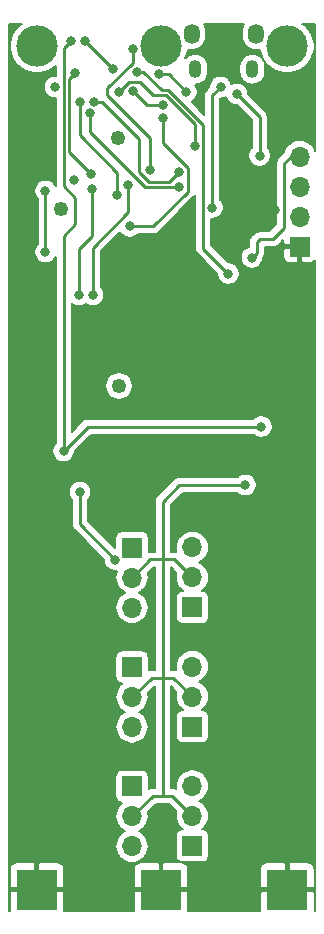
<source format=gbr>
G04 #@! TF.GenerationSoftware,KiCad,Pcbnew,(5.1.4)-1*
G04 #@! TF.CreationDate,2021-01-27T11:02:31-06:00*
G04 #@! TF.ProjectId,ULPSoilMonitor,554c5053-6f69-46c4-9d6f-6e69746f722e,v2.2*
G04 #@! TF.SameCoordinates,Original*
G04 #@! TF.FileFunction,Copper,L2,Bot*
G04 #@! TF.FilePolarity,Positive*
%FSLAX46Y46*%
G04 Gerber Fmt 4.6, Leading zero omitted, Abs format (unit mm)*
G04 Created by KiCad (PCBNEW (5.1.4)-1) date 2021-01-27 11:02:31*
%MOMM*%
%LPD*%
G04 APERTURE LIST*
%ADD10C,1.250000*%
%ADD11C,3.500000*%
%ADD12R,3.500000X3.500000*%
%ADD13R,1.700000X1.700000*%
%ADD14O,1.700000X1.700000*%
%ADD15O,1.100000X1.500000*%
%ADD16O,1.350000X1.700000*%
%ADD17C,0.800000*%
%ADD18C,0.250000*%
%ADD19C,0.200000*%
G04 APERTURE END LIST*
D10*
X48400000Y-59500000D03*
X43500000Y-44500000D03*
X48300000Y-38500000D03*
D11*
X51950000Y-30750000D03*
D12*
X51950000Y-102150000D03*
D11*
X62650000Y-30750000D03*
D12*
X62650000Y-102150000D03*
D11*
X41450000Y-30750000D03*
D12*
X41450000Y-102150000D03*
D13*
X54600000Y-98450000D03*
D14*
X54600000Y-95910000D03*
X54600000Y-93370000D03*
D13*
X49500000Y-93400000D03*
D14*
X49500000Y-95940000D03*
X49500000Y-98480000D03*
D13*
X54600000Y-88350800D03*
D14*
X54600000Y-85810800D03*
X54600000Y-83270800D03*
X49500000Y-88380000D03*
X49500000Y-85840000D03*
D13*
X49500000Y-83300000D03*
D14*
X54600000Y-73170000D03*
X54600000Y-75710000D03*
D13*
X54600000Y-78250000D03*
D14*
X49500000Y-78280000D03*
X49500000Y-75740000D03*
D13*
X49500000Y-73200000D03*
D15*
X59695000Y-32685000D03*
X54855000Y-32685000D03*
D16*
X60005000Y-29685000D03*
X54545000Y-29685000D03*
D13*
X63700000Y-47700000D03*
D14*
X63700000Y-45160000D03*
X63700000Y-42620000D03*
X63700000Y-40080000D03*
D17*
X50600000Y-48300000D03*
X59500000Y-44500000D03*
X61600000Y-44600000D03*
X60700000Y-49300000D03*
X61000000Y-70900000D03*
X53162510Y-48300000D03*
X42100000Y-73300000D03*
X42100000Y-74300000D03*
X42100000Y-75300000D03*
X40100000Y-45100000D03*
X43700000Y-65000000D03*
X60450000Y-62950000D03*
X44300016Y-30300004D03*
X59099976Y-67900000D03*
X42172538Y-42982077D03*
X52129265Y-36812204D03*
X49299994Y-46000000D03*
X42172538Y-48172542D03*
X49550000Y-30950000D03*
X51000000Y-41200000D03*
X45500000Y-30300000D03*
X47900024Y-32700000D03*
X49900000Y-32900000D03*
X57655000Y-50000000D03*
X44700000Y-33000000D03*
X46050012Y-41550000D03*
X45100000Y-68500000D03*
X48071126Y-74207875D03*
X46200000Y-51800000D03*
X49200000Y-42500000D03*
X45000000Y-51800000D03*
X46100000Y-42799982D03*
X56300000Y-44400000D03*
X57000000Y-34200000D03*
X58400000Y-34800000D03*
X60300000Y-40000000D03*
X59660001Y-48639999D03*
X48252900Y-43366130D03*
X45100000Y-35500000D03*
X45925000Y-36400000D03*
X53500000Y-42700000D03*
X53475001Y-41395330D03*
X46309616Y-35476921D03*
X49610398Y-34575002D03*
X52100000Y-35699990D03*
X48400000Y-34600000D03*
X42975000Y-34200000D03*
X44600000Y-42100000D03*
X54800000Y-39200006D03*
X54099988Y-34600000D03*
X51778506Y-33093752D03*
D18*
X63700000Y-45160000D02*
X63700000Y-44900000D01*
X43700000Y-65000000D02*
X45750000Y-62950000D01*
X45750000Y-62950000D02*
X60450000Y-62950000D01*
X43700000Y-30900020D02*
X44300016Y-30300004D01*
X43700000Y-42600000D02*
X43700000Y-30900020D01*
X44700000Y-43600000D02*
X43700000Y-42600000D01*
X44700000Y-45800000D02*
X44700000Y-43600000D01*
X43700000Y-46800000D02*
X44700000Y-45800000D01*
X43700000Y-65000000D02*
X43700000Y-46800000D01*
X54521600Y-85840000D02*
X54550800Y-85810800D01*
X52100000Y-74200000D02*
X52100000Y-84200000D01*
X52100000Y-84200000D02*
X51170000Y-84200000D01*
X49600000Y-85770000D02*
X49600000Y-85840000D01*
X51170000Y-84200000D02*
X49600000Y-85770000D01*
X54550800Y-85750800D02*
X54550800Y-85810800D01*
X52100000Y-84200000D02*
X53000000Y-84200000D01*
X53000000Y-84200000D02*
X54550800Y-85750800D01*
X52100000Y-84200000D02*
X52100000Y-94200000D01*
X52100000Y-69300000D02*
X53500000Y-67900000D01*
X53500000Y-67900000D02*
X59099976Y-67900000D01*
X52100000Y-74200000D02*
X52100000Y-69300000D01*
X51240000Y-94200000D02*
X49600000Y-95840000D01*
X52100000Y-94200000D02*
X51240000Y-94200000D01*
X54550800Y-95810800D02*
X54521600Y-95840000D01*
X54500800Y-95810800D02*
X54550800Y-95810800D01*
X52890000Y-94200000D02*
X54500800Y-95810800D01*
X52100000Y-94200000D02*
X52890000Y-94200000D01*
X51040000Y-74200000D02*
X49500000Y-75740000D01*
X52100000Y-74200000D02*
X51040000Y-74200000D01*
X53090000Y-74200000D02*
X54600000Y-75710000D01*
X52100000Y-74200000D02*
X53090000Y-74200000D01*
X52129265Y-36812204D02*
X52129265Y-38976592D01*
X52129265Y-38976592D02*
X54225001Y-41072328D01*
X54225001Y-41072328D02*
X54225001Y-43048001D01*
X54225001Y-43048001D02*
X51273002Y-46000000D01*
X51273002Y-46000000D02*
X49299994Y-46000000D01*
X42172538Y-42982077D02*
X42172538Y-48172542D01*
X51000000Y-38500000D02*
X47400000Y-34900000D01*
X49550000Y-32143959D02*
X49550000Y-30950000D01*
X47400000Y-34293959D02*
X49550000Y-32143959D01*
X47400000Y-34900000D02*
X47400000Y-34293959D01*
X51000000Y-41200000D02*
X51000000Y-38500000D01*
X47900000Y-32700000D02*
X47900024Y-32700000D01*
X45500000Y-30300000D02*
X47900000Y-32700000D01*
X55525001Y-37388591D02*
X55525001Y-47870001D01*
X55525001Y-47870001D02*
X57655000Y-50000000D01*
X52586401Y-34449991D02*
X55525001Y-37388591D01*
X52015676Y-34449991D02*
X52586401Y-34449991D01*
X50465685Y-32900000D02*
X52015676Y-34449991D01*
X49900000Y-32900000D02*
X50465685Y-32900000D01*
X44200000Y-39699988D02*
X46050012Y-41550000D01*
X44200000Y-33500000D02*
X44200000Y-39699988D01*
X44700000Y-33000000D02*
X44200000Y-33500000D01*
X45100000Y-71236749D02*
X48071126Y-74207875D01*
X45100000Y-68500000D02*
X45100000Y-71236749D01*
X49200000Y-44800000D02*
X49200000Y-42500000D01*
X46200000Y-47800000D02*
X49200000Y-44800000D01*
X46200000Y-51800000D02*
X46200000Y-47800000D01*
X46100000Y-46800000D02*
X46100000Y-42799982D01*
X45000000Y-47900000D02*
X46100000Y-46800000D01*
X45000000Y-51800000D02*
X45000000Y-47900000D01*
X56300000Y-44400000D02*
X56300000Y-34900000D01*
X56300000Y-34900000D02*
X57000000Y-34200000D01*
X60300000Y-36700000D02*
X60300000Y-40000000D01*
X58400000Y-34800000D02*
X60300000Y-36700000D01*
X62920000Y-40080000D02*
X63700000Y-40080000D01*
X60060000Y-48240000D02*
X60060000Y-47340000D01*
X62400000Y-40600000D02*
X62920000Y-40080000D01*
X62400000Y-46100000D02*
X62400000Y-40600000D01*
X59660001Y-48639999D02*
X60060000Y-48240000D01*
X60060000Y-47340000D02*
X60300932Y-47099068D01*
X60300932Y-47099068D02*
X61400932Y-47099068D01*
X61400932Y-47099068D02*
X62400000Y-46100000D01*
X48252900Y-43366130D02*
X48252900Y-41452900D01*
X48252900Y-41452900D02*
X45100000Y-38300000D01*
X45100000Y-38300000D02*
X45100000Y-35500000D01*
X45925000Y-38025000D02*
X50600000Y-42700000D01*
X45925000Y-36400000D02*
X45925000Y-38025000D01*
X50600000Y-42700000D02*
X53500000Y-42700000D01*
X46976921Y-35476921D02*
X46309616Y-35476921D01*
X50100000Y-41373002D02*
X50100000Y-38600000D01*
X52620341Y-42249990D02*
X50976988Y-42249990D01*
X50100000Y-38600000D02*
X46976921Y-35476921D01*
X50976988Y-42249990D02*
X50100000Y-41373002D01*
X53475001Y-41395330D02*
X52620341Y-42249990D01*
X49610398Y-34575002D02*
X50735386Y-35699990D01*
X50735386Y-35699990D02*
X52100000Y-35699990D01*
X51300000Y-34900000D02*
X52400000Y-34900000D01*
X54800000Y-37300000D02*
X54800000Y-39200006D01*
X52400000Y-34900000D02*
X54800000Y-37300000D01*
X49246050Y-33753950D02*
X50153950Y-33753950D01*
X48400000Y-34600000D02*
X49246050Y-33753950D01*
X50153950Y-33753950D02*
X51300000Y-34900000D01*
X54099988Y-34600000D02*
X52593740Y-33093752D01*
X52593740Y-33093752D02*
X51778506Y-33093752D01*
D19*
G36*
X39983835Y-28963473D02*
G01*
X39663473Y-29283835D01*
X39411766Y-29660541D01*
X39238387Y-30079115D01*
X39150000Y-30523470D01*
X39150000Y-30976530D01*
X39238387Y-31420885D01*
X39411766Y-31839459D01*
X39663473Y-32216165D01*
X39983835Y-32536527D01*
X40360541Y-32788234D01*
X40779115Y-32961613D01*
X41223470Y-33050000D01*
X41676530Y-33050000D01*
X42120885Y-32961613D01*
X42539459Y-32788234D01*
X42916165Y-32536527D01*
X43025001Y-32427691D01*
X43025001Y-33250000D01*
X42881433Y-33250000D01*
X42697895Y-33286508D01*
X42525006Y-33358121D01*
X42369410Y-33462087D01*
X42237087Y-33594410D01*
X42133121Y-33750006D01*
X42061508Y-33922895D01*
X42025000Y-34106433D01*
X42025000Y-34293567D01*
X42061508Y-34477105D01*
X42133121Y-34649994D01*
X42237087Y-34805590D01*
X42369410Y-34937913D01*
X42525006Y-35041879D01*
X42697895Y-35113492D01*
X42881433Y-35150000D01*
X43025001Y-35150000D01*
X43025000Y-42557633D01*
X43014417Y-42532083D01*
X42910451Y-42376487D01*
X42778128Y-42244164D01*
X42622532Y-42140198D01*
X42449643Y-42068585D01*
X42266105Y-42032077D01*
X42078971Y-42032077D01*
X41895433Y-42068585D01*
X41722544Y-42140198D01*
X41566948Y-42244164D01*
X41434625Y-42376487D01*
X41330659Y-42532083D01*
X41259046Y-42704972D01*
X41222538Y-42888510D01*
X41222538Y-43075644D01*
X41259046Y-43259182D01*
X41330659Y-43432071D01*
X41434625Y-43587667D01*
X41497538Y-43650580D01*
X41497539Y-47504038D01*
X41434625Y-47566952D01*
X41330659Y-47722548D01*
X41259046Y-47895437D01*
X41222538Y-48078975D01*
X41222538Y-48266109D01*
X41259046Y-48449647D01*
X41330659Y-48622536D01*
X41434625Y-48778132D01*
X41566948Y-48910455D01*
X41722544Y-49014421D01*
X41895433Y-49086034D01*
X42078971Y-49122542D01*
X42266105Y-49122542D01*
X42449643Y-49086034D01*
X42622532Y-49014421D01*
X42778128Y-48910455D01*
X42910451Y-48778132D01*
X43014417Y-48622536D01*
X43025001Y-48596984D01*
X43025000Y-64331497D01*
X42962087Y-64394410D01*
X42858121Y-64550006D01*
X42786508Y-64722895D01*
X42750000Y-64906433D01*
X42750000Y-65093567D01*
X42786508Y-65277105D01*
X42858121Y-65449994D01*
X42962087Y-65605590D01*
X43094410Y-65737913D01*
X43250006Y-65841879D01*
X43422895Y-65913492D01*
X43606433Y-65950000D01*
X43793567Y-65950000D01*
X43977105Y-65913492D01*
X44149994Y-65841879D01*
X44305590Y-65737913D01*
X44437913Y-65605590D01*
X44541879Y-65449994D01*
X44613492Y-65277105D01*
X44650000Y-65093567D01*
X44650000Y-65004594D01*
X46029594Y-63625000D01*
X59781497Y-63625000D01*
X59844410Y-63687913D01*
X60000006Y-63791879D01*
X60172895Y-63863492D01*
X60356433Y-63900000D01*
X60543567Y-63900000D01*
X60727105Y-63863492D01*
X60899994Y-63791879D01*
X61055590Y-63687913D01*
X61187913Y-63555590D01*
X61291879Y-63399994D01*
X61363492Y-63227105D01*
X61400000Y-63043567D01*
X61400000Y-62856433D01*
X61363492Y-62672895D01*
X61291879Y-62500006D01*
X61187913Y-62344410D01*
X61055590Y-62212087D01*
X60899994Y-62108121D01*
X60727105Y-62036508D01*
X60543567Y-62000000D01*
X60356433Y-62000000D01*
X60172895Y-62036508D01*
X60000006Y-62108121D01*
X59844410Y-62212087D01*
X59781497Y-62275000D01*
X45783152Y-62275000D01*
X45750000Y-62271735D01*
X45716848Y-62275000D01*
X45716841Y-62275000D01*
X45630192Y-62283534D01*
X45617676Y-62284767D01*
X45490438Y-62323364D01*
X45451064Y-62344410D01*
X45373176Y-62386042D01*
X45270394Y-62470394D01*
X45249258Y-62496148D01*
X44375000Y-63370406D01*
X44375000Y-59384273D01*
X47225000Y-59384273D01*
X47225000Y-59615727D01*
X47270155Y-59842735D01*
X47358729Y-60056571D01*
X47487318Y-60249019D01*
X47650981Y-60412682D01*
X47843429Y-60541271D01*
X48057265Y-60629845D01*
X48284273Y-60675000D01*
X48515727Y-60675000D01*
X48742735Y-60629845D01*
X48956571Y-60541271D01*
X49149019Y-60412682D01*
X49312682Y-60249019D01*
X49441271Y-60056571D01*
X49529845Y-59842735D01*
X49575000Y-59615727D01*
X49575000Y-59384273D01*
X49529845Y-59157265D01*
X49441271Y-58943429D01*
X49312682Y-58750981D01*
X49149019Y-58587318D01*
X48956571Y-58458729D01*
X48742735Y-58370155D01*
X48515727Y-58325000D01*
X48284273Y-58325000D01*
X48057265Y-58370155D01*
X47843429Y-58458729D01*
X47650981Y-58587318D01*
X47487318Y-58750981D01*
X47358729Y-58943429D01*
X47270155Y-59157265D01*
X47225000Y-59384273D01*
X44375000Y-59384273D01*
X44375000Y-52518503D01*
X44394410Y-52537913D01*
X44550006Y-52641879D01*
X44722895Y-52713492D01*
X44906433Y-52750000D01*
X45093567Y-52750000D01*
X45277105Y-52713492D01*
X45449994Y-52641879D01*
X45600000Y-52541648D01*
X45750006Y-52641879D01*
X45922895Y-52713492D01*
X46106433Y-52750000D01*
X46293567Y-52750000D01*
X46477105Y-52713492D01*
X46649994Y-52641879D01*
X46805590Y-52537913D01*
X46937913Y-52405590D01*
X47041879Y-52249994D01*
X47113492Y-52077105D01*
X47150000Y-51893567D01*
X47150000Y-51706433D01*
X47113492Y-51522895D01*
X47041879Y-51350006D01*
X46937913Y-51194410D01*
X46875000Y-51131497D01*
X46875000Y-48079594D01*
X48476734Y-46477860D01*
X48562081Y-46605590D01*
X48694404Y-46737913D01*
X48850000Y-46841879D01*
X49022889Y-46913492D01*
X49206427Y-46950000D01*
X49393561Y-46950000D01*
X49577099Y-46913492D01*
X49749988Y-46841879D01*
X49905584Y-46737913D01*
X49968497Y-46675000D01*
X51239850Y-46675000D01*
X51273002Y-46678265D01*
X51306154Y-46675000D01*
X51306161Y-46675000D01*
X51405325Y-46665233D01*
X51532563Y-46626636D01*
X51649826Y-46563958D01*
X51752608Y-46479606D01*
X51773744Y-46453852D01*
X54678858Y-43548739D01*
X54704607Y-43527607D01*
X54725738Y-43501859D01*
X54725745Y-43501852D01*
X54788958Y-43424826D01*
X54788959Y-43424825D01*
X54850002Y-43310622D01*
X54850002Y-47836839D01*
X54846736Y-47870001D01*
X54859768Y-48002324D01*
X54898366Y-48129562D01*
X54961044Y-48246825D01*
X55024257Y-48323851D01*
X55024265Y-48323859D01*
X55045396Y-48349607D01*
X55071144Y-48370738D01*
X56705000Y-50004594D01*
X56705000Y-50093567D01*
X56741508Y-50277105D01*
X56813121Y-50449994D01*
X56917087Y-50605590D01*
X57049410Y-50737913D01*
X57205006Y-50841879D01*
X57377895Y-50913492D01*
X57561433Y-50950000D01*
X57748567Y-50950000D01*
X57932105Y-50913492D01*
X58104994Y-50841879D01*
X58260590Y-50737913D01*
X58392913Y-50605590D01*
X58496879Y-50449994D01*
X58568492Y-50277105D01*
X58605000Y-50093567D01*
X58605000Y-49906433D01*
X58568492Y-49722895D01*
X58496879Y-49550006D01*
X58392913Y-49394410D01*
X58260590Y-49262087D01*
X58104994Y-49158121D01*
X57932105Y-49086508D01*
X57748567Y-49050000D01*
X57659594Y-49050000D01*
X56200001Y-47590407D01*
X56200001Y-45348721D01*
X56206433Y-45350000D01*
X56393567Y-45350000D01*
X56577105Y-45313492D01*
X56749994Y-45241879D01*
X56905590Y-45137913D01*
X57037913Y-45005590D01*
X57141879Y-44849994D01*
X57213492Y-44677105D01*
X57250000Y-44493567D01*
X57250000Y-44306433D01*
X57213492Y-44122895D01*
X57141879Y-43950006D01*
X57037913Y-43794410D01*
X56975000Y-43731497D01*
X56975000Y-35179594D01*
X57004594Y-35150000D01*
X57093567Y-35150000D01*
X57277105Y-35113492D01*
X57449994Y-35041879D01*
X57476039Y-35024476D01*
X57486508Y-35077105D01*
X57558121Y-35249994D01*
X57662087Y-35405590D01*
X57794410Y-35537913D01*
X57950006Y-35641879D01*
X58122895Y-35713492D01*
X58306433Y-35750000D01*
X58395406Y-35750000D01*
X59625000Y-36979594D01*
X59625001Y-39331496D01*
X59562087Y-39394410D01*
X59458121Y-39550006D01*
X59386508Y-39722895D01*
X59350000Y-39906433D01*
X59350000Y-40093567D01*
X59386508Y-40277105D01*
X59458121Y-40449994D01*
X59562087Y-40605590D01*
X59694410Y-40737913D01*
X59850006Y-40841879D01*
X60022895Y-40913492D01*
X60206433Y-40950000D01*
X60393567Y-40950000D01*
X60577105Y-40913492D01*
X60749994Y-40841879D01*
X60905590Y-40737913D01*
X61037913Y-40605590D01*
X61141879Y-40449994D01*
X61213492Y-40277105D01*
X61250000Y-40093567D01*
X61250000Y-39906433D01*
X61213492Y-39722895D01*
X61141879Y-39550006D01*
X61037913Y-39394410D01*
X60975000Y-39331497D01*
X60975000Y-36733152D01*
X60978265Y-36700000D01*
X60975000Y-36666848D01*
X60975000Y-36666841D01*
X60965233Y-36567677D01*
X60960673Y-36552643D01*
X60926636Y-36440438D01*
X60873955Y-36341879D01*
X60863958Y-36323176D01*
X60849517Y-36305580D01*
X60800744Y-36246150D01*
X60800738Y-36246144D01*
X60779605Y-36220394D01*
X60753857Y-36199263D01*
X59350000Y-34795406D01*
X59350000Y-34706433D01*
X59313492Y-34522895D01*
X59241879Y-34350006D01*
X59137913Y-34194410D01*
X59005590Y-34062087D01*
X58849994Y-33958121D01*
X58677105Y-33886508D01*
X58493567Y-33850000D01*
X58306433Y-33850000D01*
X58122895Y-33886508D01*
X57950006Y-33958121D01*
X57923961Y-33975524D01*
X57913492Y-33922895D01*
X57841879Y-33750006D01*
X57737913Y-33594410D01*
X57605590Y-33462087D01*
X57449994Y-33358121D01*
X57277105Y-33286508D01*
X57093567Y-33250000D01*
X56906433Y-33250000D01*
X56722895Y-33286508D01*
X56550006Y-33358121D01*
X56394410Y-33462087D01*
X56262087Y-33594410D01*
X56158121Y-33750006D01*
X56086508Y-33922895D01*
X56050000Y-34106433D01*
X56050000Y-34195406D01*
X55846143Y-34399263D01*
X55820395Y-34420394D01*
X55799264Y-34446142D01*
X55799256Y-34446150D01*
X55736043Y-34523176D01*
X55673365Y-34640439D01*
X55634767Y-34767677D01*
X55621735Y-34900000D01*
X55625001Y-34933158D01*
X55625001Y-36533996D01*
X54537892Y-35446887D01*
X54549982Y-35441879D01*
X54705578Y-35337913D01*
X54837901Y-35205590D01*
X54941867Y-35049994D01*
X55013480Y-34877105D01*
X55049988Y-34693567D01*
X55049988Y-34506433D01*
X55013480Y-34322895D01*
X54941867Y-34150006D01*
X54837901Y-33994410D01*
X54831498Y-33988007D01*
X54855000Y-33990322D01*
X55070637Y-33969084D01*
X55277987Y-33906184D01*
X55469084Y-33804042D01*
X55636581Y-33666581D01*
X55774042Y-33499084D01*
X55876184Y-33307988D01*
X55939084Y-33100638D01*
X55955000Y-32939036D01*
X55955000Y-32430965D01*
X55955000Y-32430964D01*
X58595000Y-32430964D01*
X58595000Y-32939035D01*
X58610916Y-33100637D01*
X58673816Y-33307987D01*
X58775958Y-33499084D01*
X58913419Y-33666581D01*
X59080916Y-33804042D01*
X59272012Y-33906184D01*
X59479362Y-33969084D01*
X59695000Y-33990322D01*
X59910637Y-33969084D01*
X60117987Y-33906184D01*
X60309084Y-33804042D01*
X60476581Y-33666581D01*
X60614042Y-33499084D01*
X60716184Y-33307988D01*
X60779084Y-33100638D01*
X60795000Y-32939036D01*
X60795000Y-32430965D01*
X60779084Y-32269363D01*
X60716184Y-32062013D01*
X60614042Y-31870916D01*
X60476581Y-31703419D01*
X60309084Y-31565958D01*
X60117988Y-31463816D01*
X59910638Y-31400916D01*
X59695000Y-31379678D01*
X59479363Y-31400916D01*
X59272013Y-31463816D01*
X59080917Y-31565958D01*
X58913420Y-31703419D01*
X58775959Y-31870916D01*
X58673816Y-32062012D01*
X58610916Y-32269362D01*
X58595000Y-32430964D01*
X55955000Y-32430964D01*
X55939084Y-32269363D01*
X55876184Y-32062013D01*
X55774042Y-31870916D01*
X55636581Y-31703419D01*
X55469084Y-31565958D01*
X55277988Y-31463816D01*
X55070638Y-31400916D01*
X54855000Y-31379678D01*
X54639363Y-31400916D01*
X54432013Y-31463816D01*
X54240917Y-31565958D01*
X54073420Y-31703419D01*
X54015197Y-31774364D01*
X54161613Y-31420885D01*
X54236099Y-31046417D01*
X54304858Y-31067275D01*
X54545000Y-31090927D01*
X54785141Y-31067275D01*
X55016054Y-30997228D01*
X55228865Y-30883478D01*
X55415397Y-30730397D01*
X55568478Y-30543866D01*
X55682228Y-30331055D01*
X55752275Y-30100142D01*
X55770000Y-29920178D01*
X55770000Y-29449823D01*
X55752275Y-29269859D01*
X55682228Y-29038946D01*
X55568478Y-28826135D01*
X55567547Y-28825000D01*
X58982454Y-28825000D01*
X58981523Y-28826134D01*
X58867772Y-29038945D01*
X58797725Y-29269858D01*
X58780000Y-29449822D01*
X58780000Y-29920177D01*
X58797725Y-30100141D01*
X58867772Y-30331054D01*
X58981522Y-30543865D01*
X59134603Y-30730397D01*
X59321134Y-30883478D01*
X59533945Y-30997228D01*
X59764858Y-31067275D01*
X60005000Y-31090927D01*
X60245141Y-31067275D01*
X60361056Y-31032112D01*
X60438387Y-31420885D01*
X60611766Y-31839459D01*
X60863473Y-32216165D01*
X61183835Y-32536527D01*
X61560541Y-32788234D01*
X61979115Y-32961613D01*
X62423470Y-33050000D01*
X62876530Y-33050000D01*
X63320885Y-32961613D01*
X63739459Y-32788234D01*
X64116165Y-32536527D01*
X64436527Y-32216165D01*
X64688234Y-31839459D01*
X64861613Y-31420885D01*
X64950000Y-30976530D01*
X64950000Y-30523470D01*
X64861613Y-30079115D01*
X64688234Y-29660541D01*
X64436527Y-29283835D01*
X64116165Y-28963473D01*
X63908926Y-28825000D01*
X65025001Y-28825000D01*
X65025001Y-39625090D01*
X64999690Y-39541651D01*
X64869690Y-39298438D01*
X64694739Y-39085261D01*
X64481562Y-38910310D01*
X64238349Y-38780310D01*
X63974448Y-38700257D01*
X63768777Y-38680000D01*
X63631223Y-38680000D01*
X63425552Y-38700257D01*
X63161651Y-38780310D01*
X62918438Y-38910310D01*
X62705261Y-39085261D01*
X62530310Y-39298438D01*
X62400310Y-39541651D01*
X62355267Y-39690139D01*
X61946143Y-40099263D01*
X61920395Y-40120394D01*
X61899264Y-40146142D01*
X61899256Y-40146150D01*
X61836043Y-40223176D01*
X61773365Y-40340439D01*
X61734767Y-40467677D01*
X61721735Y-40600000D01*
X61725001Y-40633162D01*
X61725000Y-45820406D01*
X61121338Y-46424068D01*
X60334083Y-46424068D01*
X60300931Y-46420803D01*
X60267779Y-46424068D01*
X60267773Y-46424068D01*
X60182431Y-46432474D01*
X60168608Y-46433835D01*
X60138994Y-46442818D01*
X60041371Y-46472432D01*
X59924108Y-46535110D01*
X59821326Y-46619462D01*
X59800186Y-46645221D01*
X59606144Y-46839262D01*
X59580395Y-46860394D01*
X59559264Y-46886142D01*
X59559256Y-46886150D01*
X59496043Y-46963176D01*
X59433365Y-47080439D01*
X59394767Y-47207677D01*
X59389044Y-47265785D01*
X59385000Y-47306841D01*
X59385000Y-47306848D01*
X59381735Y-47340000D01*
X59385000Y-47373152D01*
X59385000Y-47726088D01*
X59382896Y-47726507D01*
X59210007Y-47798120D01*
X59054411Y-47902086D01*
X58922088Y-48034409D01*
X58818122Y-48190005D01*
X58746509Y-48362894D01*
X58710001Y-48546432D01*
X58710001Y-48733566D01*
X58746509Y-48917104D01*
X58818122Y-49089993D01*
X58922088Y-49245589D01*
X59054411Y-49377912D01*
X59210007Y-49481878D01*
X59382896Y-49553491D01*
X59566434Y-49589999D01*
X59753568Y-49589999D01*
X59937106Y-49553491D01*
X60109995Y-49481878D01*
X60265591Y-49377912D01*
X60397914Y-49245589D01*
X60501880Y-49089993D01*
X60573493Y-48917104D01*
X60610001Y-48733566D01*
X60610001Y-48633830D01*
X60623957Y-48616825D01*
X60623958Y-48616824D01*
X60659675Y-48550000D01*
X62297339Y-48550000D01*
X62307958Y-48657819D01*
X62339408Y-48761494D01*
X62390479Y-48857042D01*
X62459210Y-48940790D01*
X62542958Y-49009521D01*
X62638506Y-49060592D01*
X62742181Y-49092042D01*
X62850000Y-49102661D01*
X63437500Y-49100000D01*
X63575000Y-48962500D01*
X63575000Y-47825000D01*
X62437500Y-47825000D01*
X62300000Y-47962500D01*
X62297339Y-48550000D01*
X60659675Y-48550000D01*
X60686636Y-48499561D01*
X60716612Y-48400744D01*
X60725233Y-48372324D01*
X60732283Y-48300744D01*
X60735000Y-48273159D01*
X60735000Y-48273153D01*
X60738265Y-48240001D01*
X60735000Y-48206849D01*
X60735000Y-47774068D01*
X61367780Y-47774068D01*
X61400932Y-47777333D01*
X61434084Y-47774068D01*
X61434091Y-47774068D01*
X61533255Y-47764301D01*
X61660493Y-47725704D01*
X61777756Y-47663026D01*
X61838267Y-47613365D01*
X61854782Y-47599812D01*
X61854784Y-47599810D01*
X61880538Y-47578674D01*
X61901676Y-47552918D01*
X62298724Y-47155870D01*
X62300000Y-47437500D01*
X62437500Y-47575000D01*
X63575000Y-47575000D01*
X63575000Y-47555000D01*
X63825000Y-47555000D01*
X63825000Y-47575000D01*
X63845000Y-47575000D01*
X63845000Y-47825000D01*
X63825000Y-47825000D01*
X63825000Y-48962500D01*
X63962500Y-49100000D01*
X64550000Y-49102661D01*
X64657819Y-49092042D01*
X64761494Y-49060592D01*
X64857042Y-49009521D01*
X64940790Y-48940790D01*
X65009521Y-48857042D01*
X65025001Y-48828081D01*
X65025000Y-103925000D01*
X64950199Y-103925000D01*
X64952661Y-103900000D01*
X64950000Y-102412500D01*
X64812500Y-102275000D01*
X62775000Y-102275000D01*
X62775000Y-102295000D01*
X62525000Y-102295000D01*
X62525000Y-102275000D01*
X60487500Y-102275000D01*
X60350000Y-102412500D01*
X60347339Y-103900000D01*
X60349801Y-103925000D01*
X54250199Y-103925000D01*
X54252661Y-103900000D01*
X54250000Y-102412500D01*
X54112500Y-102275000D01*
X52075000Y-102275000D01*
X52075000Y-102295000D01*
X51825000Y-102295000D01*
X51825000Y-102275000D01*
X49787500Y-102275000D01*
X49650000Y-102412500D01*
X49647339Y-103900000D01*
X49649801Y-103925000D01*
X43750199Y-103925000D01*
X43752661Y-103900000D01*
X43750000Y-102412500D01*
X43612500Y-102275000D01*
X41575000Y-102275000D01*
X41575000Y-102295000D01*
X41325000Y-102295000D01*
X41325000Y-102275000D01*
X39287500Y-102275000D01*
X39150000Y-102412500D01*
X39147339Y-103900000D01*
X39149801Y-103925000D01*
X39075000Y-103925000D01*
X39075000Y-100400000D01*
X39147339Y-100400000D01*
X39150000Y-101887500D01*
X39287500Y-102025000D01*
X41325000Y-102025000D01*
X41325000Y-99987500D01*
X41575000Y-99987500D01*
X41575000Y-102025000D01*
X43612500Y-102025000D01*
X43750000Y-101887500D01*
X43752661Y-100400000D01*
X49647339Y-100400000D01*
X49650000Y-101887500D01*
X49787500Y-102025000D01*
X51825000Y-102025000D01*
X51825000Y-99987500D01*
X51687500Y-99850000D01*
X50200000Y-99847339D01*
X50092181Y-99857958D01*
X49988506Y-99889408D01*
X49892958Y-99940479D01*
X49809210Y-100009210D01*
X49740479Y-100092958D01*
X49689408Y-100188506D01*
X49657958Y-100292181D01*
X49647339Y-100400000D01*
X43752661Y-100400000D01*
X43742042Y-100292181D01*
X43710592Y-100188506D01*
X43659521Y-100092958D01*
X43590790Y-100009210D01*
X43507042Y-99940479D01*
X43411494Y-99889408D01*
X43307819Y-99857958D01*
X43200000Y-99847339D01*
X41712500Y-99850000D01*
X41575000Y-99987500D01*
X41325000Y-99987500D01*
X41187500Y-99850000D01*
X39700000Y-99847339D01*
X39592181Y-99857958D01*
X39488506Y-99889408D01*
X39392958Y-99940479D01*
X39309210Y-100009210D01*
X39240479Y-100092958D01*
X39189408Y-100188506D01*
X39157958Y-100292181D01*
X39147339Y-100400000D01*
X39075000Y-100400000D01*
X39075000Y-68406433D01*
X44150000Y-68406433D01*
X44150000Y-68593567D01*
X44186508Y-68777105D01*
X44258121Y-68949994D01*
X44362087Y-69105590D01*
X44425000Y-69168503D01*
X44425001Y-71203587D01*
X44421735Y-71236749D01*
X44434767Y-71369072D01*
X44473365Y-71496310D01*
X44536043Y-71613573D01*
X44599256Y-71690599D01*
X44599264Y-71690607D01*
X44620395Y-71716355D01*
X44646143Y-71737486D01*
X47121126Y-74212469D01*
X47121126Y-74301442D01*
X47157634Y-74484980D01*
X47229247Y-74657869D01*
X47333213Y-74813465D01*
X47465536Y-74945788D01*
X47621132Y-75049754D01*
X47794021Y-75121367D01*
X47977559Y-75157875D01*
X48164693Y-75157875D01*
X48230730Y-75144739D01*
X48200310Y-75201651D01*
X48120257Y-75465552D01*
X48093226Y-75740000D01*
X48120257Y-76014448D01*
X48200310Y-76278349D01*
X48330310Y-76521562D01*
X48505261Y-76734739D01*
X48718438Y-76909690D01*
X48906105Y-77010000D01*
X48718438Y-77110310D01*
X48505261Y-77285261D01*
X48330310Y-77498438D01*
X48200310Y-77741651D01*
X48120257Y-78005552D01*
X48093226Y-78280000D01*
X48120257Y-78554448D01*
X48200310Y-78818349D01*
X48330310Y-79061562D01*
X48505261Y-79274739D01*
X48718438Y-79449690D01*
X48961651Y-79579690D01*
X49225552Y-79659743D01*
X49431223Y-79680000D01*
X49568777Y-79680000D01*
X49774448Y-79659743D01*
X50038349Y-79579690D01*
X50281562Y-79449690D01*
X50494739Y-79274739D01*
X50669690Y-79061562D01*
X50799690Y-78818349D01*
X50879743Y-78554448D01*
X50906774Y-78280000D01*
X50879743Y-78005552D01*
X50799690Y-77741651D01*
X50669690Y-77498438D01*
X50494739Y-77285261D01*
X50281562Y-77110310D01*
X50093895Y-77010000D01*
X50281562Y-76909690D01*
X50494739Y-76734739D01*
X50669690Y-76521562D01*
X50799690Y-76278349D01*
X50879743Y-76014448D01*
X50906774Y-75740000D01*
X50879743Y-75465552D01*
X50844668Y-75349926D01*
X51319595Y-74875000D01*
X51425000Y-74875000D01*
X51425001Y-83525000D01*
X51203151Y-83525000D01*
X51169999Y-83521735D01*
X51136847Y-83525000D01*
X51136841Y-83525000D01*
X51051499Y-83533406D01*
X51037676Y-83534767D01*
X50999079Y-83546476D01*
X50910439Y-83573364D01*
X50902661Y-83577521D01*
X50902661Y-82450000D01*
X50892042Y-82342181D01*
X50860592Y-82238506D01*
X50809521Y-82142958D01*
X50740790Y-82059210D01*
X50657042Y-81990479D01*
X50561494Y-81939408D01*
X50457819Y-81907958D01*
X50350000Y-81897339D01*
X48650000Y-81897339D01*
X48542181Y-81907958D01*
X48438506Y-81939408D01*
X48342958Y-81990479D01*
X48259210Y-82059210D01*
X48190479Y-82142958D01*
X48139408Y-82238506D01*
X48107958Y-82342181D01*
X48097339Y-82450000D01*
X48097339Y-84150000D01*
X48107958Y-84257819D01*
X48139408Y-84361494D01*
X48190479Y-84457042D01*
X48259210Y-84540790D01*
X48342958Y-84609521D01*
X48438506Y-84660592D01*
X48542181Y-84692042D01*
X48650000Y-84702661D01*
X48679018Y-84702661D01*
X48505261Y-84845261D01*
X48330310Y-85058438D01*
X48200310Y-85301651D01*
X48120257Y-85565552D01*
X48093226Y-85840000D01*
X48120257Y-86114448D01*
X48200310Y-86378349D01*
X48330310Y-86621562D01*
X48505261Y-86834739D01*
X48718438Y-87009690D01*
X48906105Y-87110000D01*
X48718438Y-87210310D01*
X48505261Y-87385261D01*
X48330310Y-87598438D01*
X48200310Y-87841651D01*
X48120257Y-88105552D01*
X48093226Y-88380000D01*
X48120257Y-88654448D01*
X48200310Y-88918349D01*
X48330310Y-89161562D01*
X48505261Y-89374739D01*
X48718438Y-89549690D01*
X48961651Y-89679690D01*
X49225552Y-89759743D01*
X49431223Y-89780000D01*
X49568777Y-89780000D01*
X49774448Y-89759743D01*
X50038349Y-89679690D01*
X50281562Y-89549690D01*
X50494739Y-89374739D01*
X50669690Y-89161562D01*
X50799690Y-88918349D01*
X50879743Y-88654448D01*
X50906774Y-88380000D01*
X50879743Y-88105552D01*
X50799690Y-87841651D01*
X50669690Y-87598438D01*
X50494739Y-87385261D01*
X50281562Y-87210310D01*
X50093895Y-87110000D01*
X50281562Y-87009690D01*
X50494739Y-86834739D01*
X50669690Y-86621562D01*
X50799690Y-86378349D01*
X50879743Y-86114448D01*
X50906774Y-85840000D01*
X50879743Y-85565552D01*
X50851651Y-85472943D01*
X51425000Y-84899594D01*
X51425001Y-93525000D01*
X51273151Y-93525000D01*
X51239999Y-93521735D01*
X51206847Y-93525000D01*
X51206841Y-93525000D01*
X51121499Y-93533406D01*
X51107676Y-93534767D01*
X51069079Y-93546476D01*
X50980439Y-93573364D01*
X50902661Y-93614937D01*
X50902661Y-92550000D01*
X50892042Y-92442181D01*
X50860592Y-92338506D01*
X50809521Y-92242958D01*
X50740790Y-92159210D01*
X50657042Y-92090479D01*
X50561494Y-92039408D01*
X50457819Y-92007958D01*
X50350000Y-91997339D01*
X48650000Y-91997339D01*
X48542181Y-92007958D01*
X48438506Y-92039408D01*
X48342958Y-92090479D01*
X48259210Y-92159210D01*
X48190479Y-92242958D01*
X48139408Y-92338506D01*
X48107958Y-92442181D01*
X48097339Y-92550000D01*
X48097339Y-94250000D01*
X48107958Y-94357819D01*
X48139408Y-94461494D01*
X48190479Y-94557042D01*
X48259210Y-94640790D01*
X48342958Y-94709521D01*
X48438506Y-94760592D01*
X48542181Y-94792042D01*
X48650000Y-94802661D01*
X48679018Y-94802661D01*
X48505261Y-94945261D01*
X48330310Y-95158438D01*
X48200310Y-95401651D01*
X48120257Y-95665552D01*
X48093226Y-95940000D01*
X48120257Y-96214448D01*
X48200310Y-96478349D01*
X48330310Y-96721562D01*
X48505261Y-96934739D01*
X48718438Y-97109690D01*
X48906105Y-97210000D01*
X48718438Y-97310310D01*
X48505261Y-97485261D01*
X48330310Y-97698438D01*
X48200310Y-97941651D01*
X48120257Y-98205552D01*
X48093226Y-98480000D01*
X48120257Y-98754448D01*
X48200310Y-99018349D01*
X48330310Y-99261562D01*
X48505261Y-99474739D01*
X48718438Y-99649690D01*
X48961651Y-99779690D01*
X49225552Y-99859743D01*
X49431223Y-99880000D01*
X49568777Y-99880000D01*
X49774448Y-99859743D01*
X50038349Y-99779690D01*
X50281562Y-99649690D01*
X50494739Y-99474739D01*
X50669690Y-99261562D01*
X50799690Y-99018349D01*
X50879743Y-98754448D01*
X50906774Y-98480000D01*
X50879743Y-98205552D01*
X50799690Y-97941651D01*
X50669690Y-97698438D01*
X50494739Y-97485261D01*
X50281562Y-97310310D01*
X50093895Y-97210000D01*
X50281562Y-97109690D01*
X50494739Y-96934739D01*
X50669690Y-96721562D01*
X50799690Y-96478349D01*
X50879743Y-96214448D01*
X50906774Y-95940000D01*
X50879743Y-95665552D01*
X50844668Y-95549926D01*
X51519594Y-94875000D01*
X52066841Y-94875000D01*
X52100000Y-94878266D01*
X52133159Y-94875000D01*
X52610406Y-94875000D01*
X53255332Y-95519926D01*
X53220257Y-95635552D01*
X53193226Y-95910000D01*
X53220257Y-96184448D01*
X53300310Y-96448349D01*
X53430310Y-96691562D01*
X53605261Y-96904739D01*
X53779018Y-97047339D01*
X53750000Y-97047339D01*
X53642181Y-97057958D01*
X53538506Y-97089408D01*
X53442958Y-97140479D01*
X53359210Y-97209210D01*
X53290479Y-97292958D01*
X53239408Y-97388506D01*
X53207958Y-97492181D01*
X53197339Y-97600000D01*
X53197339Y-99300000D01*
X53207958Y-99407819D01*
X53239408Y-99511494D01*
X53290479Y-99607042D01*
X53359210Y-99690790D01*
X53442958Y-99759521D01*
X53538506Y-99810592D01*
X53642181Y-99842042D01*
X53696036Y-99847346D01*
X52212500Y-99850000D01*
X52075000Y-99987500D01*
X52075000Y-102025000D01*
X54112500Y-102025000D01*
X54250000Y-101887500D01*
X54252661Y-100400000D01*
X60347339Y-100400000D01*
X60350000Y-101887500D01*
X60487500Y-102025000D01*
X62525000Y-102025000D01*
X62525000Y-99987500D01*
X62775000Y-99987500D01*
X62775000Y-102025000D01*
X64812500Y-102025000D01*
X64950000Y-101887500D01*
X64952661Y-100400000D01*
X64942042Y-100292181D01*
X64910592Y-100188506D01*
X64859521Y-100092958D01*
X64790790Y-100009210D01*
X64707042Y-99940479D01*
X64611494Y-99889408D01*
X64507819Y-99857958D01*
X64400000Y-99847339D01*
X62912500Y-99850000D01*
X62775000Y-99987500D01*
X62525000Y-99987500D01*
X62387500Y-99850000D01*
X60900000Y-99847339D01*
X60792181Y-99857958D01*
X60688506Y-99889408D01*
X60592958Y-99940479D01*
X60509210Y-100009210D01*
X60440479Y-100092958D01*
X60389408Y-100188506D01*
X60357958Y-100292181D01*
X60347339Y-100400000D01*
X54252661Y-100400000D01*
X54242042Y-100292181D01*
X54210592Y-100188506D01*
X54159521Y-100092958D01*
X54090790Y-100009210D01*
X54007042Y-99940479D01*
X53911494Y-99889408D01*
X53807819Y-99857958D01*
X53754036Y-99852661D01*
X55450000Y-99852661D01*
X55557819Y-99842042D01*
X55661494Y-99810592D01*
X55757042Y-99759521D01*
X55840790Y-99690790D01*
X55909521Y-99607042D01*
X55960592Y-99511494D01*
X55992042Y-99407819D01*
X56002661Y-99300000D01*
X56002661Y-97600000D01*
X55992042Y-97492181D01*
X55960592Y-97388506D01*
X55909521Y-97292958D01*
X55840790Y-97209210D01*
X55757042Y-97140479D01*
X55661494Y-97089408D01*
X55557819Y-97057958D01*
X55450000Y-97047339D01*
X55420982Y-97047339D01*
X55594739Y-96904739D01*
X55769690Y-96691562D01*
X55899690Y-96448349D01*
X55979743Y-96184448D01*
X56006774Y-95910000D01*
X55979743Y-95635552D01*
X55899690Y-95371651D01*
X55769690Y-95128438D01*
X55594739Y-94915261D01*
X55381562Y-94740310D01*
X55193895Y-94640000D01*
X55381562Y-94539690D01*
X55594739Y-94364739D01*
X55769690Y-94151562D01*
X55899690Y-93908349D01*
X55979743Y-93644448D01*
X56006774Y-93370000D01*
X55979743Y-93095552D01*
X55899690Y-92831651D01*
X55769690Y-92588438D01*
X55594739Y-92375261D01*
X55381562Y-92200310D01*
X55138349Y-92070310D01*
X54874448Y-91990257D01*
X54668777Y-91970000D01*
X54531223Y-91970000D01*
X54325552Y-91990257D01*
X54061651Y-92070310D01*
X53818438Y-92200310D01*
X53605261Y-92375261D01*
X53430310Y-92588438D01*
X53300310Y-92831651D01*
X53220257Y-93095552D01*
X53193226Y-93370000D01*
X53216795Y-93609301D01*
X53149561Y-93573364D01*
X53022323Y-93534767D01*
X52923159Y-93525000D01*
X52923152Y-93525000D01*
X52890000Y-93521735D01*
X52856848Y-93525000D01*
X52775000Y-93525000D01*
X52775000Y-84929594D01*
X53257845Y-85412439D01*
X53220257Y-85536352D01*
X53193226Y-85810800D01*
X53220257Y-86085248D01*
X53300310Y-86349149D01*
X53430310Y-86592362D01*
X53605261Y-86805539D01*
X53779018Y-86948139D01*
X53750000Y-86948139D01*
X53642181Y-86958758D01*
X53538506Y-86990208D01*
X53442958Y-87041279D01*
X53359210Y-87110010D01*
X53290479Y-87193758D01*
X53239408Y-87289306D01*
X53207958Y-87392981D01*
X53197339Y-87500800D01*
X53197339Y-89200800D01*
X53207958Y-89308619D01*
X53239408Y-89412294D01*
X53290479Y-89507842D01*
X53359210Y-89591590D01*
X53442958Y-89660321D01*
X53538506Y-89711392D01*
X53642181Y-89742842D01*
X53750000Y-89753461D01*
X55450000Y-89753461D01*
X55557819Y-89742842D01*
X55661494Y-89711392D01*
X55757042Y-89660321D01*
X55840790Y-89591590D01*
X55909521Y-89507842D01*
X55960592Y-89412294D01*
X55992042Y-89308619D01*
X56002661Y-89200800D01*
X56002661Y-87500800D01*
X55992042Y-87392981D01*
X55960592Y-87289306D01*
X55909521Y-87193758D01*
X55840790Y-87110010D01*
X55757042Y-87041279D01*
X55661494Y-86990208D01*
X55557819Y-86958758D01*
X55450000Y-86948139D01*
X55420982Y-86948139D01*
X55594739Y-86805539D01*
X55769690Y-86592362D01*
X55899690Y-86349149D01*
X55979743Y-86085248D01*
X56006774Y-85810800D01*
X55979743Y-85536352D01*
X55899690Y-85272451D01*
X55769690Y-85029238D01*
X55594739Y-84816061D01*
X55381562Y-84641110D01*
X55193895Y-84540800D01*
X55381562Y-84440490D01*
X55594739Y-84265539D01*
X55769690Y-84052362D01*
X55899690Y-83809149D01*
X55979743Y-83545248D01*
X56006774Y-83270800D01*
X55979743Y-82996352D01*
X55899690Y-82732451D01*
X55769690Y-82489238D01*
X55594739Y-82276061D01*
X55381562Y-82101110D01*
X55138349Y-81971110D01*
X54874448Y-81891057D01*
X54668777Y-81870800D01*
X54531223Y-81870800D01*
X54325552Y-81891057D01*
X54061651Y-81971110D01*
X53818438Y-82101110D01*
X53605261Y-82276061D01*
X53430310Y-82489238D01*
X53300310Y-82732451D01*
X53220257Y-82996352D01*
X53193226Y-83270800D01*
X53220257Y-83545248D01*
X53225667Y-83563082D01*
X53132323Y-83534767D01*
X53033159Y-83525000D01*
X53033152Y-83525000D01*
X53000000Y-83521735D01*
X52966848Y-83525000D01*
X52775000Y-83525000D01*
X52775000Y-74875000D01*
X52810406Y-74875000D01*
X53255332Y-75319926D01*
X53220257Y-75435552D01*
X53193226Y-75710000D01*
X53220257Y-75984448D01*
X53300310Y-76248349D01*
X53430310Y-76491562D01*
X53605261Y-76704739D01*
X53779018Y-76847339D01*
X53750000Y-76847339D01*
X53642181Y-76857958D01*
X53538506Y-76889408D01*
X53442958Y-76940479D01*
X53359210Y-77009210D01*
X53290479Y-77092958D01*
X53239408Y-77188506D01*
X53207958Y-77292181D01*
X53197339Y-77400000D01*
X53197339Y-79100000D01*
X53207958Y-79207819D01*
X53239408Y-79311494D01*
X53290479Y-79407042D01*
X53359210Y-79490790D01*
X53442958Y-79559521D01*
X53538506Y-79610592D01*
X53642181Y-79642042D01*
X53750000Y-79652661D01*
X55450000Y-79652661D01*
X55557819Y-79642042D01*
X55661494Y-79610592D01*
X55757042Y-79559521D01*
X55840790Y-79490790D01*
X55909521Y-79407042D01*
X55960592Y-79311494D01*
X55992042Y-79207819D01*
X56002661Y-79100000D01*
X56002661Y-77400000D01*
X55992042Y-77292181D01*
X55960592Y-77188506D01*
X55909521Y-77092958D01*
X55840790Y-77009210D01*
X55757042Y-76940479D01*
X55661494Y-76889408D01*
X55557819Y-76857958D01*
X55450000Y-76847339D01*
X55420982Y-76847339D01*
X55594739Y-76704739D01*
X55769690Y-76491562D01*
X55899690Y-76248349D01*
X55979743Y-75984448D01*
X56006774Y-75710000D01*
X55979743Y-75435552D01*
X55899690Y-75171651D01*
X55769690Y-74928438D01*
X55594739Y-74715261D01*
X55381562Y-74540310D01*
X55193895Y-74440000D01*
X55381562Y-74339690D01*
X55594739Y-74164739D01*
X55769690Y-73951562D01*
X55899690Y-73708349D01*
X55979743Y-73444448D01*
X56006774Y-73170000D01*
X55979743Y-72895552D01*
X55899690Y-72631651D01*
X55769690Y-72388438D01*
X55594739Y-72175261D01*
X55381562Y-72000310D01*
X55138349Y-71870310D01*
X54874448Y-71790257D01*
X54668777Y-71770000D01*
X54531223Y-71770000D01*
X54325552Y-71790257D01*
X54061651Y-71870310D01*
X53818438Y-72000310D01*
X53605261Y-72175261D01*
X53430310Y-72388438D01*
X53300310Y-72631651D01*
X53220257Y-72895552D01*
X53193226Y-73170000D01*
X53220257Y-73444448D01*
X53250222Y-73543230D01*
X53222323Y-73534767D01*
X53123159Y-73525000D01*
X53123152Y-73525000D01*
X53090000Y-73521735D01*
X53056848Y-73525000D01*
X52775000Y-73525000D01*
X52775000Y-69579594D01*
X53779595Y-68575000D01*
X58431473Y-68575000D01*
X58494386Y-68637913D01*
X58649982Y-68741879D01*
X58822871Y-68813492D01*
X59006409Y-68850000D01*
X59193543Y-68850000D01*
X59377081Y-68813492D01*
X59549970Y-68741879D01*
X59705566Y-68637913D01*
X59837889Y-68505590D01*
X59941855Y-68349994D01*
X60013468Y-68177105D01*
X60049976Y-67993567D01*
X60049976Y-67806433D01*
X60013468Y-67622895D01*
X59941855Y-67450006D01*
X59837889Y-67294410D01*
X59705566Y-67162087D01*
X59549970Y-67058121D01*
X59377081Y-66986508D01*
X59193543Y-66950000D01*
X59006409Y-66950000D01*
X58822871Y-66986508D01*
X58649982Y-67058121D01*
X58494386Y-67162087D01*
X58431473Y-67225000D01*
X53533152Y-67225000D01*
X53500000Y-67221735D01*
X53466848Y-67225000D01*
X53466841Y-67225000D01*
X53380192Y-67233534D01*
X53367676Y-67234767D01*
X53329079Y-67246476D01*
X53240439Y-67273364D01*
X53123176Y-67336042D01*
X53123174Y-67336043D01*
X53123175Y-67336043D01*
X53046149Y-67399256D01*
X53046142Y-67399263D01*
X53020394Y-67420394D01*
X52999262Y-67446143D01*
X51646143Y-68799263D01*
X51620395Y-68820394D01*
X51599264Y-68846142D01*
X51599256Y-68846150D01*
X51536043Y-68923176D01*
X51473365Y-69040439D01*
X51434767Y-69167677D01*
X51421735Y-69300000D01*
X51425001Y-69333162D01*
X51425000Y-73525000D01*
X51073152Y-73525000D01*
X51040000Y-73521735D01*
X51006848Y-73525000D01*
X51006841Y-73525000D01*
X50920192Y-73533534D01*
X50907676Y-73534767D01*
X50902661Y-73536288D01*
X50902661Y-72350000D01*
X50892042Y-72242181D01*
X50860592Y-72138506D01*
X50809521Y-72042958D01*
X50740790Y-71959210D01*
X50657042Y-71890479D01*
X50561494Y-71839408D01*
X50457819Y-71807958D01*
X50350000Y-71797339D01*
X48650000Y-71797339D01*
X48542181Y-71807958D01*
X48438506Y-71839408D01*
X48342958Y-71890479D01*
X48259210Y-71959210D01*
X48190479Y-72042958D01*
X48139408Y-72138506D01*
X48107958Y-72242181D01*
X48097339Y-72350000D01*
X48097339Y-73257875D01*
X48075720Y-73257875D01*
X45775000Y-70957155D01*
X45775000Y-69168503D01*
X45837913Y-69105590D01*
X45941879Y-68949994D01*
X46013492Y-68777105D01*
X46050000Y-68593567D01*
X46050000Y-68406433D01*
X46013492Y-68222895D01*
X45941879Y-68050006D01*
X45837913Y-67894410D01*
X45705590Y-67762087D01*
X45549994Y-67658121D01*
X45377105Y-67586508D01*
X45193567Y-67550000D01*
X45006433Y-67550000D01*
X44822895Y-67586508D01*
X44650006Y-67658121D01*
X44494410Y-67762087D01*
X44362087Y-67894410D01*
X44258121Y-68050006D01*
X44186508Y-68222895D01*
X44150000Y-68406433D01*
X39075000Y-68406433D01*
X39075000Y-28825000D01*
X40191074Y-28825000D01*
X39983835Y-28963473D01*
X39983835Y-28963473D01*
G37*
X39983835Y-28963473D02*
X39663473Y-29283835D01*
X39411766Y-29660541D01*
X39238387Y-30079115D01*
X39150000Y-30523470D01*
X39150000Y-30976530D01*
X39238387Y-31420885D01*
X39411766Y-31839459D01*
X39663473Y-32216165D01*
X39983835Y-32536527D01*
X40360541Y-32788234D01*
X40779115Y-32961613D01*
X41223470Y-33050000D01*
X41676530Y-33050000D01*
X42120885Y-32961613D01*
X42539459Y-32788234D01*
X42916165Y-32536527D01*
X43025001Y-32427691D01*
X43025001Y-33250000D01*
X42881433Y-33250000D01*
X42697895Y-33286508D01*
X42525006Y-33358121D01*
X42369410Y-33462087D01*
X42237087Y-33594410D01*
X42133121Y-33750006D01*
X42061508Y-33922895D01*
X42025000Y-34106433D01*
X42025000Y-34293567D01*
X42061508Y-34477105D01*
X42133121Y-34649994D01*
X42237087Y-34805590D01*
X42369410Y-34937913D01*
X42525006Y-35041879D01*
X42697895Y-35113492D01*
X42881433Y-35150000D01*
X43025001Y-35150000D01*
X43025000Y-42557633D01*
X43014417Y-42532083D01*
X42910451Y-42376487D01*
X42778128Y-42244164D01*
X42622532Y-42140198D01*
X42449643Y-42068585D01*
X42266105Y-42032077D01*
X42078971Y-42032077D01*
X41895433Y-42068585D01*
X41722544Y-42140198D01*
X41566948Y-42244164D01*
X41434625Y-42376487D01*
X41330659Y-42532083D01*
X41259046Y-42704972D01*
X41222538Y-42888510D01*
X41222538Y-43075644D01*
X41259046Y-43259182D01*
X41330659Y-43432071D01*
X41434625Y-43587667D01*
X41497538Y-43650580D01*
X41497539Y-47504038D01*
X41434625Y-47566952D01*
X41330659Y-47722548D01*
X41259046Y-47895437D01*
X41222538Y-48078975D01*
X41222538Y-48266109D01*
X41259046Y-48449647D01*
X41330659Y-48622536D01*
X41434625Y-48778132D01*
X41566948Y-48910455D01*
X41722544Y-49014421D01*
X41895433Y-49086034D01*
X42078971Y-49122542D01*
X42266105Y-49122542D01*
X42449643Y-49086034D01*
X42622532Y-49014421D01*
X42778128Y-48910455D01*
X42910451Y-48778132D01*
X43014417Y-48622536D01*
X43025001Y-48596984D01*
X43025000Y-64331497D01*
X42962087Y-64394410D01*
X42858121Y-64550006D01*
X42786508Y-64722895D01*
X42750000Y-64906433D01*
X42750000Y-65093567D01*
X42786508Y-65277105D01*
X42858121Y-65449994D01*
X42962087Y-65605590D01*
X43094410Y-65737913D01*
X43250006Y-65841879D01*
X43422895Y-65913492D01*
X43606433Y-65950000D01*
X43793567Y-65950000D01*
X43977105Y-65913492D01*
X44149994Y-65841879D01*
X44305590Y-65737913D01*
X44437913Y-65605590D01*
X44541879Y-65449994D01*
X44613492Y-65277105D01*
X44650000Y-65093567D01*
X44650000Y-65004594D01*
X46029594Y-63625000D01*
X59781497Y-63625000D01*
X59844410Y-63687913D01*
X60000006Y-63791879D01*
X60172895Y-63863492D01*
X60356433Y-63900000D01*
X60543567Y-63900000D01*
X60727105Y-63863492D01*
X60899994Y-63791879D01*
X61055590Y-63687913D01*
X61187913Y-63555590D01*
X61291879Y-63399994D01*
X61363492Y-63227105D01*
X61400000Y-63043567D01*
X61400000Y-62856433D01*
X61363492Y-62672895D01*
X61291879Y-62500006D01*
X61187913Y-62344410D01*
X61055590Y-62212087D01*
X60899994Y-62108121D01*
X60727105Y-62036508D01*
X60543567Y-62000000D01*
X60356433Y-62000000D01*
X60172895Y-62036508D01*
X60000006Y-62108121D01*
X59844410Y-62212087D01*
X59781497Y-62275000D01*
X45783152Y-62275000D01*
X45750000Y-62271735D01*
X45716848Y-62275000D01*
X45716841Y-62275000D01*
X45630192Y-62283534D01*
X45617676Y-62284767D01*
X45490438Y-62323364D01*
X45451064Y-62344410D01*
X45373176Y-62386042D01*
X45270394Y-62470394D01*
X45249258Y-62496148D01*
X44375000Y-63370406D01*
X44375000Y-59384273D01*
X47225000Y-59384273D01*
X47225000Y-59615727D01*
X47270155Y-59842735D01*
X47358729Y-60056571D01*
X47487318Y-60249019D01*
X47650981Y-60412682D01*
X47843429Y-60541271D01*
X48057265Y-60629845D01*
X48284273Y-60675000D01*
X48515727Y-60675000D01*
X48742735Y-60629845D01*
X48956571Y-60541271D01*
X49149019Y-60412682D01*
X49312682Y-60249019D01*
X49441271Y-60056571D01*
X49529845Y-59842735D01*
X49575000Y-59615727D01*
X49575000Y-59384273D01*
X49529845Y-59157265D01*
X49441271Y-58943429D01*
X49312682Y-58750981D01*
X49149019Y-58587318D01*
X48956571Y-58458729D01*
X48742735Y-58370155D01*
X48515727Y-58325000D01*
X48284273Y-58325000D01*
X48057265Y-58370155D01*
X47843429Y-58458729D01*
X47650981Y-58587318D01*
X47487318Y-58750981D01*
X47358729Y-58943429D01*
X47270155Y-59157265D01*
X47225000Y-59384273D01*
X44375000Y-59384273D01*
X44375000Y-52518503D01*
X44394410Y-52537913D01*
X44550006Y-52641879D01*
X44722895Y-52713492D01*
X44906433Y-52750000D01*
X45093567Y-52750000D01*
X45277105Y-52713492D01*
X45449994Y-52641879D01*
X45600000Y-52541648D01*
X45750006Y-52641879D01*
X45922895Y-52713492D01*
X46106433Y-52750000D01*
X46293567Y-52750000D01*
X46477105Y-52713492D01*
X46649994Y-52641879D01*
X46805590Y-52537913D01*
X46937913Y-52405590D01*
X47041879Y-52249994D01*
X47113492Y-52077105D01*
X47150000Y-51893567D01*
X47150000Y-51706433D01*
X47113492Y-51522895D01*
X47041879Y-51350006D01*
X46937913Y-51194410D01*
X46875000Y-51131497D01*
X46875000Y-48079594D01*
X48476734Y-46477860D01*
X48562081Y-46605590D01*
X48694404Y-46737913D01*
X48850000Y-46841879D01*
X49022889Y-46913492D01*
X49206427Y-46950000D01*
X49393561Y-46950000D01*
X49577099Y-46913492D01*
X49749988Y-46841879D01*
X49905584Y-46737913D01*
X49968497Y-46675000D01*
X51239850Y-46675000D01*
X51273002Y-46678265D01*
X51306154Y-46675000D01*
X51306161Y-46675000D01*
X51405325Y-46665233D01*
X51532563Y-46626636D01*
X51649826Y-46563958D01*
X51752608Y-46479606D01*
X51773744Y-46453852D01*
X54678858Y-43548739D01*
X54704607Y-43527607D01*
X54725738Y-43501859D01*
X54725745Y-43501852D01*
X54788958Y-43424826D01*
X54788959Y-43424825D01*
X54850002Y-43310622D01*
X54850002Y-47836839D01*
X54846736Y-47870001D01*
X54859768Y-48002324D01*
X54898366Y-48129562D01*
X54961044Y-48246825D01*
X55024257Y-48323851D01*
X55024265Y-48323859D01*
X55045396Y-48349607D01*
X55071144Y-48370738D01*
X56705000Y-50004594D01*
X56705000Y-50093567D01*
X56741508Y-50277105D01*
X56813121Y-50449994D01*
X56917087Y-50605590D01*
X57049410Y-50737913D01*
X57205006Y-50841879D01*
X57377895Y-50913492D01*
X57561433Y-50950000D01*
X57748567Y-50950000D01*
X57932105Y-50913492D01*
X58104994Y-50841879D01*
X58260590Y-50737913D01*
X58392913Y-50605590D01*
X58496879Y-50449994D01*
X58568492Y-50277105D01*
X58605000Y-50093567D01*
X58605000Y-49906433D01*
X58568492Y-49722895D01*
X58496879Y-49550006D01*
X58392913Y-49394410D01*
X58260590Y-49262087D01*
X58104994Y-49158121D01*
X57932105Y-49086508D01*
X57748567Y-49050000D01*
X57659594Y-49050000D01*
X56200001Y-47590407D01*
X56200001Y-45348721D01*
X56206433Y-45350000D01*
X56393567Y-45350000D01*
X56577105Y-45313492D01*
X56749994Y-45241879D01*
X56905590Y-45137913D01*
X57037913Y-45005590D01*
X57141879Y-44849994D01*
X57213492Y-44677105D01*
X57250000Y-44493567D01*
X57250000Y-44306433D01*
X57213492Y-44122895D01*
X57141879Y-43950006D01*
X57037913Y-43794410D01*
X56975000Y-43731497D01*
X56975000Y-35179594D01*
X57004594Y-35150000D01*
X57093567Y-35150000D01*
X57277105Y-35113492D01*
X57449994Y-35041879D01*
X57476039Y-35024476D01*
X57486508Y-35077105D01*
X57558121Y-35249994D01*
X57662087Y-35405590D01*
X57794410Y-35537913D01*
X57950006Y-35641879D01*
X58122895Y-35713492D01*
X58306433Y-35750000D01*
X58395406Y-35750000D01*
X59625000Y-36979594D01*
X59625001Y-39331496D01*
X59562087Y-39394410D01*
X59458121Y-39550006D01*
X59386508Y-39722895D01*
X59350000Y-39906433D01*
X59350000Y-40093567D01*
X59386508Y-40277105D01*
X59458121Y-40449994D01*
X59562087Y-40605590D01*
X59694410Y-40737913D01*
X59850006Y-40841879D01*
X60022895Y-40913492D01*
X60206433Y-40950000D01*
X60393567Y-40950000D01*
X60577105Y-40913492D01*
X60749994Y-40841879D01*
X60905590Y-40737913D01*
X61037913Y-40605590D01*
X61141879Y-40449994D01*
X61213492Y-40277105D01*
X61250000Y-40093567D01*
X61250000Y-39906433D01*
X61213492Y-39722895D01*
X61141879Y-39550006D01*
X61037913Y-39394410D01*
X60975000Y-39331497D01*
X60975000Y-36733152D01*
X60978265Y-36700000D01*
X60975000Y-36666848D01*
X60975000Y-36666841D01*
X60965233Y-36567677D01*
X60960673Y-36552643D01*
X60926636Y-36440438D01*
X60873955Y-36341879D01*
X60863958Y-36323176D01*
X60849517Y-36305580D01*
X60800744Y-36246150D01*
X60800738Y-36246144D01*
X60779605Y-36220394D01*
X60753857Y-36199263D01*
X59350000Y-34795406D01*
X59350000Y-34706433D01*
X59313492Y-34522895D01*
X59241879Y-34350006D01*
X59137913Y-34194410D01*
X59005590Y-34062087D01*
X58849994Y-33958121D01*
X58677105Y-33886508D01*
X58493567Y-33850000D01*
X58306433Y-33850000D01*
X58122895Y-33886508D01*
X57950006Y-33958121D01*
X57923961Y-33975524D01*
X57913492Y-33922895D01*
X57841879Y-33750006D01*
X57737913Y-33594410D01*
X57605590Y-33462087D01*
X57449994Y-33358121D01*
X57277105Y-33286508D01*
X57093567Y-33250000D01*
X56906433Y-33250000D01*
X56722895Y-33286508D01*
X56550006Y-33358121D01*
X56394410Y-33462087D01*
X56262087Y-33594410D01*
X56158121Y-33750006D01*
X56086508Y-33922895D01*
X56050000Y-34106433D01*
X56050000Y-34195406D01*
X55846143Y-34399263D01*
X55820395Y-34420394D01*
X55799264Y-34446142D01*
X55799256Y-34446150D01*
X55736043Y-34523176D01*
X55673365Y-34640439D01*
X55634767Y-34767677D01*
X55621735Y-34900000D01*
X55625001Y-34933158D01*
X55625001Y-36533996D01*
X54537892Y-35446887D01*
X54549982Y-35441879D01*
X54705578Y-35337913D01*
X54837901Y-35205590D01*
X54941867Y-35049994D01*
X55013480Y-34877105D01*
X55049988Y-34693567D01*
X55049988Y-34506433D01*
X55013480Y-34322895D01*
X54941867Y-34150006D01*
X54837901Y-33994410D01*
X54831498Y-33988007D01*
X54855000Y-33990322D01*
X55070637Y-33969084D01*
X55277987Y-33906184D01*
X55469084Y-33804042D01*
X55636581Y-33666581D01*
X55774042Y-33499084D01*
X55876184Y-33307988D01*
X55939084Y-33100638D01*
X55955000Y-32939036D01*
X55955000Y-32430965D01*
X55955000Y-32430964D01*
X58595000Y-32430964D01*
X58595000Y-32939035D01*
X58610916Y-33100637D01*
X58673816Y-33307987D01*
X58775958Y-33499084D01*
X58913419Y-33666581D01*
X59080916Y-33804042D01*
X59272012Y-33906184D01*
X59479362Y-33969084D01*
X59695000Y-33990322D01*
X59910637Y-33969084D01*
X60117987Y-33906184D01*
X60309084Y-33804042D01*
X60476581Y-33666581D01*
X60614042Y-33499084D01*
X60716184Y-33307988D01*
X60779084Y-33100638D01*
X60795000Y-32939036D01*
X60795000Y-32430965D01*
X60779084Y-32269363D01*
X60716184Y-32062013D01*
X60614042Y-31870916D01*
X60476581Y-31703419D01*
X60309084Y-31565958D01*
X60117988Y-31463816D01*
X59910638Y-31400916D01*
X59695000Y-31379678D01*
X59479363Y-31400916D01*
X59272013Y-31463816D01*
X59080917Y-31565958D01*
X58913420Y-31703419D01*
X58775959Y-31870916D01*
X58673816Y-32062012D01*
X58610916Y-32269362D01*
X58595000Y-32430964D01*
X55955000Y-32430964D01*
X55939084Y-32269363D01*
X55876184Y-32062013D01*
X55774042Y-31870916D01*
X55636581Y-31703419D01*
X55469084Y-31565958D01*
X55277988Y-31463816D01*
X55070638Y-31400916D01*
X54855000Y-31379678D01*
X54639363Y-31400916D01*
X54432013Y-31463816D01*
X54240917Y-31565958D01*
X54073420Y-31703419D01*
X54015197Y-31774364D01*
X54161613Y-31420885D01*
X54236099Y-31046417D01*
X54304858Y-31067275D01*
X54545000Y-31090927D01*
X54785141Y-31067275D01*
X55016054Y-30997228D01*
X55228865Y-30883478D01*
X55415397Y-30730397D01*
X55568478Y-30543866D01*
X55682228Y-30331055D01*
X55752275Y-30100142D01*
X55770000Y-29920178D01*
X55770000Y-29449823D01*
X55752275Y-29269859D01*
X55682228Y-29038946D01*
X55568478Y-28826135D01*
X55567547Y-28825000D01*
X58982454Y-28825000D01*
X58981523Y-28826134D01*
X58867772Y-29038945D01*
X58797725Y-29269858D01*
X58780000Y-29449822D01*
X58780000Y-29920177D01*
X58797725Y-30100141D01*
X58867772Y-30331054D01*
X58981522Y-30543865D01*
X59134603Y-30730397D01*
X59321134Y-30883478D01*
X59533945Y-30997228D01*
X59764858Y-31067275D01*
X60005000Y-31090927D01*
X60245141Y-31067275D01*
X60361056Y-31032112D01*
X60438387Y-31420885D01*
X60611766Y-31839459D01*
X60863473Y-32216165D01*
X61183835Y-32536527D01*
X61560541Y-32788234D01*
X61979115Y-32961613D01*
X62423470Y-33050000D01*
X62876530Y-33050000D01*
X63320885Y-32961613D01*
X63739459Y-32788234D01*
X64116165Y-32536527D01*
X64436527Y-32216165D01*
X64688234Y-31839459D01*
X64861613Y-31420885D01*
X64950000Y-30976530D01*
X64950000Y-30523470D01*
X64861613Y-30079115D01*
X64688234Y-29660541D01*
X64436527Y-29283835D01*
X64116165Y-28963473D01*
X63908926Y-28825000D01*
X65025001Y-28825000D01*
X65025001Y-39625090D01*
X64999690Y-39541651D01*
X64869690Y-39298438D01*
X64694739Y-39085261D01*
X64481562Y-38910310D01*
X64238349Y-38780310D01*
X63974448Y-38700257D01*
X63768777Y-38680000D01*
X63631223Y-38680000D01*
X63425552Y-38700257D01*
X63161651Y-38780310D01*
X62918438Y-38910310D01*
X62705261Y-39085261D01*
X62530310Y-39298438D01*
X62400310Y-39541651D01*
X62355267Y-39690139D01*
X61946143Y-40099263D01*
X61920395Y-40120394D01*
X61899264Y-40146142D01*
X61899256Y-40146150D01*
X61836043Y-40223176D01*
X61773365Y-40340439D01*
X61734767Y-40467677D01*
X61721735Y-40600000D01*
X61725001Y-40633162D01*
X61725000Y-45820406D01*
X61121338Y-46424068D01*
X60334083Y-46424068D01*
X60300931Y-46420803D01*
X60267779Y-46424068D01*
X60267773Y-46424068D01*
X60182431Y-46432474D01*
X60168608Y-46433835D01*
X60138994Y-46442818D01*
X60041371Y-46472432D01*
X59924108Y-46535110D01*
X59821326Y-46619462D01*
X59800186Y-46645221D01*
X59606144Y-46839262D01*
X59580395Y-46860394D01*
X59559264Y-46886142D01*
X59559256Y-46886150D01*
X59496043Y-46963176D01*
X59433365Y-47080439D01*
X59394767Y-47207677D01*
X59389044Y-47265785D01*
X59385000Y-47306841D01*
X59385000Y-47306848D01*
X59381735Y-47340000D01*
X59385000Y-47373152D01*
X59385000Y-47726088D01*
X59382896Y-47726507D01*
X59210007Y-47798120D01*
X59054411Y-47902086D01*
X58922088Y-48034409D01*
X58818122Y-48190005D01*
X58746509Y-48362894D01*
X58710001Y-48546432D01*
X58710001Y-48733566D01*
X58746509Y-48917104D01*
X58818122Y-49089993D01*
X58922088Y-49245589D01*
X59054411Y-49377912D01*
X59210007Y-49481878D01*
X59382896Y-49553491D01*
X59566434Y-49589999D01*
X59753568Y-49589999D01*
X59937106Y-49553491D01*
X60109995Y-49481878D01*
X60265591Y-49377912D01*
X60397914Y-49245589D01*
X60501880Y-49089993D01*
X60573493Y-48917104D01*
X60610001Y-48733566D01*
X60610001Y-48633830D01*
X60623957Y-48616825D01*
X60623958Y-48616824D01*
X60659675Y-48550000D01*
X62297339Y-48550000D01*
X62307958Y-48657819D01*
X62339408Y-48761494D01*
X62390479Y-48857042D01*
X62459210Y-48940790D01*
X62542958Y-49009521D01*
X62638506Y-49060592D01*
X62742181Y-49092042D01*
X62850000Y-49102661D01*
X63437500Y-49100000D01*
X63575000Y-48962500D01*
X63575000Y-47825000D01*
X62437500Y-47825000D01*
X62300000Y-47962500D01*
X62297339Y-48550000D01*
X60659675Y-48550000D01*
X60686636Y-48499561D01*
X60716612Y-48400744D01*
X60725233Y-48372324D01*
X60732283Y-48300744D01*
X60735000Y-48273159D01*
X60735000Y-48273153D01*
X60738265Y-48240001D01*
X60735000Y-48206849D01*
X60735000Y-47774068D01*
X61367780Y-47774068D01*
X61400932Y-47777333D01*
X61434084Y-47774068D01*
X61434091Y-47774068D01*
X61533255Y-47764301D01*
X61660493Y-47725704D01*
X61777756Y-47663026D01*
X61838267Y-47613365D01*
X61854782Y-47599812D01*
X61854784Y-47599810D01*
X61880538Y-47578674D01*
X61901676Y-47552918D01*
X62298724Y-47155870D01*
X62300000Y-47437500D01*
X62437500Y-47575000D01*
X63575000Y-47575000D01*
X63575000Y-47555000D01*
X63825000Y-47555000D01*
X63825000Y-47575000D01*
X63845000Y-47575000D01*
X63845000Y-47825000D01*
X63825000Y-47825000D01*
X63825000Y-48962500D01*
X63962500Y-49100000D01*
X64550000Y-49102661D01*
X64657819Y-49092042D01*
X64761494Y-49060592D01*
X64857042Y-49009521D01*
X64940790Y-48940790D01*
X65009521Y-48857042D01*
X65025001Y-48828081D01*
X65025000Y-103925000D01*
X64950199Y-103925000D01*
X64952661Y-103900000D01*
X64950000Y-102412500D01*
X64812500Y-102275000D01*
X62775000Y-102275000D01*
X62775000Y-102295000D01*
X62525000Y-102295000D01*
X62525000Y-102275000D01*
X60487500Y-102275000D01*
X60350000Y-102412500D01*
X60347339Y-103900000D01*
X60349801Y-103925000D01*
X54250199Y-103925000D01*
X54252661Y-103900000D01*
X54250000Y-102412500D01*
X54112500Y-102275000D01*
X52075000Y-102275000D01*
X52075000Y-102295000D01*
X51825000Y-102295000D01*
X51825000Y-102275000D01*
X49787500Y-102275000D01*
X49650000Y-102412500D01*
X49647339Y-103900000D01*
X49649801Y-103925000D01*
X43750199Y-103925000D01*
X43752661Y-103900000D01*
X43750000Y-102412500D01*
X43612500Y-102275000D01*
X41575000Y-102275000D01*
X41575000Y-102295000D01*
X41325000Y-102295000D01*
X41325000Y-102275000D01*
X39287500Y-102275000D01*
X39150000Y-102412500D01*
X39147339Y-103900000D01*
X39149801Y-103925000D01*
X39075000Y-103925000D01*
X39075000Y-100400000D01*
X39147339Y-100400000D01*
X39150000Y-101887500D01*
X39287500Y-102025000D01*
X41325000Y-102025000D01*
X41325000Y-99987500D01*
X41575000Y-99987500D01*
X41575000Y-102025000D01*
X43612500Y-102025000D01*
X43750000Y-101887500D01*
X43752661Y-100400000D01*
X49647339Y-100400000D01*
X49650000Y-101887500D01*
X49787500Y-102025000D01*
X51825000Y-102025000D01*
X51825000Y-99987500D01*
X51687500Y-99850000D01*
X50200000Y-99847339D01*
X50092181Y-99857958D01*
X49988506Y-99889408D01*
X49892958Y-99940479D01*
X49809210Y-100009210D01*
X49740479Y-100092958D01*
X49689408Y-100188506D01*
X49657958Y-100292181D01*
X49647339Y-100400000D01*
X43752661Y-100400000D01*
X43742042Y-100292181D01*
X43710592Y-100188506D01*
X43659521Y-100092958D01*
X43590790Y-100009210D01*
X43507042Y-99940479D01*
X43411494Y-99889408D01*
X43307819Y-99857958D01*
X43200000Y-99847339D01*
X41712500Y-99850000D01*
X41575000Y-99987500D01*
X41325000Y-99987500D01*
X41187500Y-99850000D01*
X39700000Y-99847339D01*
X39592181Y-99857958D01*
X39488506Y-99889408D01*
X39392958Y-99940479D01*
X39309210Y-100009210D01*
X39240479Y-100092958D01*
X39189408Y-100188506D01*
X39157958Y-100292181D01*
X39147339Y-100400000D01*
X39075000Y-100400000D01*
X39075000Y-68406433D01*
X44150000Y-68406433D01*
X44150000Y-68593567D01*
X44186508Y-68777105D01*
X44258121Y-68949994D01*
X44362087Y-69105590D01*
X44425000Y-69168503D01*
X44425001Y-71203587D01*
X44421735Y-71236749D01*
X44434767Y-71369072D01*
X44473365Y-71496310D01*
X44536043Y-71613573D01*
X44599256Y-71690599D01*
X44599264Y-71690607D01*
X44620395Y-71716355D01*
X44646143Y-71737486D01*
X47121126Y-74212469D01*
X47121126Y-74301442D01*
X47157634Y-74484980D01*
X47229247Y-74657869D01*
X47333213Y-74813465D01*
X47465536Y-74945788D01*
X47621132Y-75049754D01*
X47794021Y-75121367D01*
X47977559Y-75157875D01*
X48164693Y-75157875D01*
X48230730Y-75144739D01*
X48200310Y-75201651D01*
X48120257Y-75465552D01*
X48093226Y-75740000D01*
X48120257Y-76014448D01*
X48200310Y-76278349D01*
X48330310Y-76521562D01*
X48505261Y-76734739D01*
X48718438Y-76909690D01*
X48906105Y-77010000D01*
X48718438Y-77110310D01*
X48505261Y-77285261D01*
X48330310Y-77498438D01*
X48200310Y-77741651D01*
X48120257Y-78005552D01*
X48093226Y-78280000D01*
X48120257Y-78554448D01*
X48200310Y-78818349D01*
X48330310Y-79061562D01*
X48505261Y-79274739D01*
X48718438Y-79449690D01*
X48961651Y-79579690D01*
X49225552Y-79659743D01*
X49431223Y-79680000D01*
X49568777Y-79680000D01*
X49774448Y-79659743D01*
X50038349Y-79579690D01*
X50281562Y-79449690D01*
X50494739Y-79274739D01*
X50669690Y-79061562D01*
X50799690Y-78818349D01*
X50879743Y-78554448D01*
X50906774Y-78280000D01*
X50879743Y-78005552D01*
X50799690Y-77741651D01*
X50669690Y-77498438D01*
X50494739Y-77285261D01*
X50281562Y-77110310D01*
X50093895Y-77010000D01*
X50281562Y-76909690D01*
X50494739Y-76734739D01*
X50669690Y-76521562D01*
X50799690Y-76278349D01*
X50879743Y-76014448D01*
X50906774Y-75740000D01*
X50879743Y-75465552D01*
X50844668Y-75349926D01*
X51319595Y-74875000D01*
X51425000Y-74875000D01*
X51425001Y-83525000D01*
X51203151Y-83525000D01*
X51169999Y-83521735D01*
X51136847Y-83525000D01*
X51136841Y-83525000D01*
X51051499Y-83533406D01*
X51037676Y-83534767D01*
X50999079Y-83546476D01*
X50910439Y-83573364D01*
X50902661Y-83577521D01*
X50902661Y-82450000D01*
X50892042Y-82342181D01*
X50860592Y-82238506D01*
X50809521Y-82142958D01*
X50740790Y-82059210D01*
X50657042Y-81990479D01*
X50561494Y-81939408D01*
X50457819Y-81907958D01*
X50350000Y-81897339D01*
X48650000Y-81897339D01*
X48542181Y-81907958D01*
X48438506Y-81939408D01*
X48342958Y-81990479D01*
X48259210Y-82059210D01*
X48190479Y-82142958D01*
X48139408Y-82238506D01*
X48107958Y-82342181D01*
X48097339Y-82450000D01*
X48097339Y-84150000D01*
X48107958Y-84257819D01*
X48139408Y-84361494D01*
X48190479Y-84457042D01*
X48259210Y-84540790D01*
X48342958Y-84609521D01*
X48438506Y-84660592D01*
X48542181Y-84692042D01*
X48650000Y-84702661D01*
X48679018Y-84702661D01*
X48505261Y-84845261D01*
X48330310Y-85058438D01*
X48200310Y-85301651D01*
X48120257Y-85565552D01*
X48093226Y-85840000D01*
X48120257Y-86114448D01*
X48200310Y-86378349D01*
X48330310Y-86621562D01*
X48505261Y-86834739D01*
X48718438Y-87009690D01*
X48906105Y-87110000D01*
X48718438Y-87210310D01*
X48505261Y-87385261D01*
X48330310Y-87598438D01*
X48200310Y-87841651D01*
X48120257Y-88105552D01*
X48093226Y-88380000D01*
X48120257Y-88654448D01*
X48200310Y-88918349D01*
X48330310Y-89161562D01*
X48505261Y-89374739D01*
X48718438Y-89549690D01*
X48961651Y-89679690D01*
X49225552Y-89759743D01*
X49431223Y-89780000D01*
X49568777Y-89780000D01*
X49774448Y-89759743D01*
X50038349Y-89679690D01*
X50281562Y-89549690D01*
X50494739Y-89374739D01*
X50669690Y-89161562D01*
X50799690Y-88918349D01*
X50879743Y-88654448D01*
X50906774Y-88380000D01*
X50879743Y-88105552D01*
X50799690Y-87841651D01*
X50669690Y-87598438D01*
X50494739Y-87385261D01*
X50281562Y-87210310D01*
X50093895Y-87110000D01*
X50281562Y-87009690D01*
X50494739Y-86834739D01*
X50669690Y-86621562D01*
X50799690Y-86378349D01*
X50879743Y-86114448D01*
X50906774Y-85840000D01*
X50879743Y-85565552D01*
X50851651Y-85472943D01*
X51425000Y-84899594D01*
X51425001Y-93525000D01*
X51273151Y-93525000D01*
X51239999Y-93521735D01*
X51206847Y-93525000D01*
X51206841Y-93525000D01*
X51121499Y-93533406D01*
X51107676Y-93534767D01*
X51069079Y-93546476D01*
X50980439Y-93573364D01*
X50902661Y-93614937D01*
X50902661Y-92550000D01*
X50892042Y-92442181D01*
X50860592Y-92338506D01*
X50809521Y-92242958D01*
X50740790Y-92159210D01*
X50657042Y-92090479D01*
X50561494Y-92039408D01*
X50457819Y-92007958D01*
X50350000Y-91997339D01*
X48650000Y-91997339D01*
X48542181Y-92007958D01*
X48438506Y-92039408D01*
X48342958Y-92090479D01*
X48259210Y-92159210D01*
X48190479Y-92242958D01*
X48139408Y-92338506D01*
X48107958Y-92442181D01*
X48097339Y-92550000D01*
X48097339Y-94250000D01*
X48107958Y-94357819D01*
X48139408Y-94461494D01*
X48190479Y-94557042D01*
X48259210Y-94640790D01*
X48342958Y-94709521D01*
X48438506Y-94760592D01*
X48542181Y-94792042D01*
X48650000Y-94802661D01*
X48679018Y-94802661D01*
X48505261Y-94945261D01*
X48330310Y-95158438D01*
X48200310Y-95401651D01*
X48120257Y-95665552D01*
X48093226Y-95940000D01*
X48120257Y-96214448D01*
X48200310Y-96478349D01*
X48330310Y-96721562D01*
X48505261Y-96934739D01*
X48718438Y-97109690D01*
X48906105Y-97210000D01*
X48718438Y-97310310D01*
X48505261Y-97485261D01*
X48330310Y-97698438D01*
X48200310Y-97941651D01*
X48120257Y-98205552D01*
X48093226Y-98480000D01*
X48120257Y-98754448D01*
X48200310Y-99018349D01*
X48330310Y-99261562D01*
X48505261Y-99474739D01*
X48718438Y-99649690D01*
X48961651Y-99779690D01*
X49225552Y-99859743D01*
X49431223Y-99880000D01*
X49568777Y-99880000D01*
X49774448Y-99859743D01*
X50038349Y-99779690D01*
X50281562Y-99649690D01*
X50494739Y-99474739D01*
X50669690Y-99261562D01*
X50799690Y-99018349D01*
X50879743Y-98754448D01*
X50906774Y-98480000D01*
X50879743Y-98205552D01*
X50799690Y-97941651D01*
X50669690Y-97698438D01*
X50494739Y-97485261D01*
X50281562Y-97310310D01*
X50093895Y-97210000D01*
X50281562Y-97109690D01*
X50494739Y-96934739D01*
X50669690Y-96721562D01*
X50799690Y-96478349D01*
X50879743Y-96214448D01*
X50906774Y-95940000D01*
X50879743Y-95665552D01*
X50844668Y-95549926D01*
X51519594Y-94875000D01*
X52066841Y-94875000D01*
X52100000Y-94878266D01*
X52133159Y-94875000D01*
X52610406Y-94875000D01*
X53255332Y-95519926D01*
X53220257Y-95635552D01*
X53193226Y-95910000D01*
X53220257Y-96184448D01*
X53300310Y-96448349D01*
X53430310Y-96691562D01*
X53605261Y-96904739D01*
X53779018Y-97047339D01*
X53750000Y-97047339D01*
X53642181Y-97057958D01*
X53538506Y-97089408D01*
X53442958Y-97140479D01*
X53359210Y-97209210D01*
X53290479Y-97292958D01*
X53239408Y-97388506D01*
X53207958Y-97492181D01*
X53197339Y-97600000D01*
X53197339Y-99300000D01*
X53207958Y-99407819D01*
X53239408Y-99511494D01*
X53290479Y-99607042D01*
X53359210Y-99690790D01*
X53442958Y-99759521D01*
X53538506Y-99810592D01*
X53642181Y-99842042D01*
X53696036Y-99847346D01*
X52212500Y-99850000D01*
X52075000Y-99987500D01*
X52075000Y-102025000D01*
X54112500Y-102025000D01*
X54250000Y-101887500D01*
X54252661Y-100400000D01*
X60347339Y-100400000D01*
X60350000Y-101887500D01*
X60487500Y-102025000D01*
X62525000Y-102025000D01*
X62525000Y-99987500D01*
X62775000Y-99987500D01*
X62775000Y-102025000D01*
X64812500Y-102025000D01*
X64950000Y-101887500D01*
X64952661Y-100400000D01*
X64942042Y-100292181D01*
X64910592Y-100188506D01*
X64859521Y-100092958D01*
X64790790Y-100009210D01*
X64707042Y-99940479D01*
X64611494Y-99889408D01*
X64507819Y-99857958D01*
X64400000Y-99847339D01*
X62912500Y-99850000D01*
X62775000Y-99987500D01*
X62525000Y-99987500D01*
X62387500Y-99850000D01*
X60900000Y-99847339D01*
X60792181Y-99857958D01*
X60688506Y-99889408D01*
X60592958Y-99940479D01*
X60509210Y-100009210D01*
X60440479Y-100092958D01*
X60389408Y-100188506D01*
X60357958Y-100292181D01*
X60347339Y-100400000D01*
X54252661Y-100400000D01*
X54242042Y-100292181D01*
X54210592Y-100188506D01*
X54159521Y-100092958D01*
X54090790Y-100009210D01*
X54007042Y-99940479D01*
X53911494Y-99889408D01*
X53807819Y-99857958D01*
X53754036Y-99852661D01*
X55450000Y-99852661D01*
X55557819Y-99842042D01*
X55661494Y-99810592D01*
X55757042Y-99759521D01*
X55840790Y-99690790D01*
X55909521Y-99607042D01*
X55960592Y-99511494D01*
X55992042Y-99407819D01*
X56002661Y-99300000D01*
X56002661Y-97600000D01*
X55992042Y-97492181D01*
X55960592Y-97388506D01*
X55909521Y-97292958D01*
X55840790Y-97209210D01*
X55757042Y-97140479D01*
X55661494Y-97089408D01*
X55557819Y-97057958D01*
X55450000Y-97047339D01*
X55420982Y-97047339D01*
X55594739Y-96904739D01*
X55769690Y-96691562D01*
X55899690Y-96448349D01*
X55979743Y-96184448D01*
X56006774Y-95910000D01*
X55979743Y-95635552D01*
X55899690Y-95371651D01*
X55769690Y-95128438D01*
X55594739Y-94915261D01*
X55381562Y-94740310D01*
X55193895Y-94640000D01*
X55381562Y-94539690D01*
X55594739Y-94364739D01*
X55769690Y-94151562D01*
X55899690Y-93908349D01*
X55979743Y-93644448D01*
X56006774Y-93370000D01*
X55979743Y-93095552D01*
X55899690Y-92831651D01*
X55769690Y-92588438D01*
X55594739Y-92375261D01*
X55381562Y-92200310D01*
X55138349Y-92070310D01*
X54874448Y-91990257D01*
X54668777Y-91970000D01*
X54531223Y-91970000D01*
X54325552Y-91990257D01*
X54061651Y-92070310D01*
X53818438Y-92200310D01*
X53605261Y-92375261D01*
X53430310Y-92588438D01*
X53300310Y-92831651D01*
X53220257Y-93095552D01*
X53193226Y-93370000D01*
X53216795Y-93609301D01*
X53149561Y-93573364D01*
X53022323Y-93534767D01*
X52923159Y-93525000D01*
X52923152Y-93525000D01*
X52890000Y-93521735D01*
X52856848Y-93525000D01*
X52775000Y-93525000D01*
X52775000Y-84929594D01*
X53257845Y-85412439D01*
X53220257Y-85536352D01*
X53193226Y-85810800D01*
X53220257Y-86085248D01*
X53300310Y-86349149D01*
X53430310Y-86592362D01*
X53605261Y-86805539D01*
X53779018Y-86948139D01*
X53750000Y-86948139D01*
X53642181Y-86958758D01*
X53538506Y-86990208D01*
X53442958Y-87041279D01*
X53359210Y-87110010D01*
X53290479Y-87193758D01*
X53239408Y-87289306D01*
X53207958Y-87392981D01*
X53197339Y-87500800D01*
X53197339Y-89200800D01*
X53207958Y-89308619D01*
X53239408Y-89412294D01*
X53290479Y-89507842D01*
X53359210Y-89591590D01*
X53442958Y-89660321D01*
X53538506Y-89711392D01*
X53642181Y-89742842D01*
X53750000Y-89753461D01*
X55450000Y-89753461D01*
X55557819Y-89742842D01*
X55661494Y-89711392D01*
X55757042Y-89660321D01*
X55840790Y-89591590D01*
X55909521Y-89507842D01*
X55960592Y-89412294D01*
X55992042Y-89308619D01*
X56002661Y-89200800D01*
X56002661Y-87500800D01*
X55992042Y-87392981D01*
X55960592Y-87289306D01*
X55909521Y-87193758D01*
X55840790Y-87110010D01*
X55757042Y-87041279D01*
X55661494Y-86990208D01*
X55557819Y-86958758D01*
X55450000Y-86948139D01*
X55420982Y-86948139D01*
X55594739Y-86805539D01*
X55769690Y-86592362D01*
X55899690Y-86349149D01*
X55979743Y-86085248D01*
X56006774Y-85810800D01*
X55979743Y-85536352D01*
X55899690Y-85272451D01*
X55769690Y-85029238D01*
X55594739Y-84816061D01*
X55381562Y-84641110D01*
X55193895Y-84540800D01*
X55381562Y-84440490D01*
X55594739Y-84265539D01*
X55769690Y-84052362D01*
X55899690Y-83809149D01*
X55979743Y-83545248D01*
X56006774Y-83270800D01*
X55979743Y-82996352D01*
X55899690Y-82732451D01*
X55769690Y-82489238D01*
X55594739Y-82276061D01*
X55381562Y-82101110D01*
X55138349Y-81971110D01*
X54874448Y-81891057D01*
X54668777Y-81870800D01*
X54531223Y-81870800D01*
X54325552Y-81891057D01*
X54061651Y-81971110D01*
X53818438Y-82101110D01*
X53605261Y-82276061D01*
X53430310Y-82489238D01*
X53300310Y-82732451D01*
X53220257Y-82996352D01*
X53193226Y-83270800D01*
X53220257Y-83545248D01*
X53225667Y-83563082D01*
X53132323Y-83534767D01*
X53033159Y-83525000D01*
X53033152Y-83525000D01*
X53000000Y-83521735D01*
X52966848Y-83525000D01*
X52775000Y-83525000D01*
X52775000Y-74875000D01*
X52810406Y-74875000D01*
X53255332Y-75319926D01*
X53220257Y-75435552D01*
X53193226Y-75710000D01*
X53220257Y-75984448D01*
X53300310Y-76248349D01*
X53430310Y-76491562D01*
X53605261Y-76704739D01*
X53779018Y-76847339D01*
X53750000Y-76847339D01*
X53642181Y-76857958D01*
X53538506Y-76889408D01*
X53442958Y-76940479D01*
X53359210Y-77009210D01*
X53290479Y-77092958D01*
X53239408Y-77188506D01*
X53207958Y-77292181D01*
X53197339Y-77400000D01*
X53197339Y-79100000D01*
X53207958Y-79207819D01*
X53239408Y-79311494D01*
X53290479Y-79407042D01*
X53359210Y-79490790D01*
X53442958Y-79559521D01*
X53538506Y-79610592D01*
X53642181Y-79642042D01*
X53750000Y-79652661D01*
X55450000Y-79652661D01*
X55557819Y-79642042D01*
X55661494Y-79610592D01*
X55757042Y-79559521D01*
X55840790Y-79490790D01*
X55909521Y-79407042D01*
X55960592Y-79311494D01*
X55992042Y-79207819D01*
X56002661Y-79100000D01*
X56002661Y-77400000D01*
X55992042Y-77292181D01*
X55960592Y-77188506D01*
X55909521Y-77092958D01*
X55840790Y-77009210D01*
X55757042Y-76940479D01*
X55661494Y-76889408D01*
X55557819Y-76857958D01*
X55450000Y-76847339D01*
X55420982Y-76847339D01*
X55594739Y-76704739D01*
X55769690Y-76491562D01*
X55899690Y-76248349D01*
X55979743Y-75984448D01*
X56006774Y-75710000D01*
X55979743Y-75435552D01*
X55899690Y-75171651D01*
X55769690Y-74928438D01*
X55594739Y-74715261D01*
X55381562Y-74540310D01*
X55193895Y-74440000D01*
X55381562Y-74339690D01*
X55594739Y-74164739D01*
X55769690Y-73951562D01*
X55899690Y-73708349D01*
X55979743Y-73444448D01*
X56006774Y-73170000D01*
X55979743Y-72895552D01*
X55899690Y-72631651D01*
X55769690Y-72388438D01*
X55594739Y-72175261D01*
X55381562Y-72000310D01*
X55138349Y-71870310D01*
X54874448Y-71790257D01*
X54668777Y-71770000D01*
X54531223Y-71770000D01*
X54325552Y-71790257D01*
X54061651Y-71870310D01*
X53818438Y-72000310D01*
X53605261Y-72175261D01*
X53430310Y-72388438D01*
X53300310Y-72631651D01*
X53220257Y-72895552D01*
X53193226Y-73170000D01*
X53220257Y-73444448D01*
X53250222Y-73543230D01*
X53222323Y-73534767D01*
X53123159Y-73525000D01*
X53123152Y-73525000D01*
X53090000Y-73521735D01*
X53056848Y-73525000D01*
X52775000Y-73525000D01*
X52775000Y-69579594D01*
X53779595Y-68575000D01*
X58431473Y-68575000D01*
X58494386Y-68637913D01*
X58649982Y-68741879D01*
X58822871Y-68813492D01*
X59006409Y-68850000D01*
X59193543Y-68850000D01*
X59377081Y-68813492D01*
X59549970Y-68741879D01*
X59705566Y-68637913D01*
X59837889Y-68505590D01*
X59941855Y-68349994D01*
X60013468Y-68177105D01*
X60049976Y-67993567D01*
X60049976Y-67806433D01*
X60013468Y-67622895D01*
X59941855Y-67450006D01*
X59837889Y-67294410D01*
X59705566Y-67162087D01*
X59549970Y-67058121D01*
X59377081Y-66986508D01*
X59193543Y-66950000D01*
X59006409Y-66950000D01*
X58822871Y-66986508D01*
X58649982Y-67058121D01*
X58494386Y-67162087D01*
X58431473Y-67225000D01*
X53533152Y-67225000D01*
X53500000Y-67221735D01*
X53466848Y-67225000D01*
X53466841Y-67225000D01*
X53380192Y-67233534D01*
X53367676Y-67234767D01*
X53329079Y-67246476D01*
X53240439Y-67273364D01*
X53123176Y-67336042D01*
X53123174Y-67336043D01*
X53123175Y-67336043D01*
X53046149Y-67399256D01*
X53046142Y-67399263D01*
X53020394Y-67420394D01*
X52999262Y-67446143D01*
X51646143Y-68799263D01*
X51620395Y-68820394D01*
X51599264Y-68846142D01*
X51599256Y-68846150D01*
X51536043Y-68923176D01*
X51473365Y-69040439D01*
X51434767Y-69167677D01*
X51421735Y-69300000D01*
X51425001Y-69333162D01*
X51425000Y-73525000D01*
X51073152Y-73525000D01*
X51040000Y-73521735D01*
X51006848Y-73525000D01*
X51006841Y-73525000D01*
X50920192Y-73533534D01*
X50907676Y-73534767D01*
X50902661Y-73536288D01*
X50902661Y-72350000D01*
X50892042Y-72242181D01*
X50860592Y-72138506D01*
X50809521Y-72042958D01*
X50740790Y-71959210D01*
X50657042Y-71890479D01*
X50561494Y-71839408D01*
X50457819Y-71807958D01*
X50350000Y-71797339D01*
X48650000Y-71797339D01*
X48542181Y-71807958D01*
X48438506Y-71839408D01*
X48342958Y-71890479D01*
X48259210Y-71959210D01*
X48190479Y-72042958D01*
X48139408Y-72138506D01*
X48107958Y-72242181D01*
X48097339Y-72350000D01*
X48097339Y-73257875D01*
X48075720Y-73257875D01*
X45775000Y-70957155D01*
X45775000Y-69168503D01*
X45837913Y-69105590D01*
X45941879Y-68949994D01*
X46013492Y-68777105D01*
X46050000Y-68593567D01*
X46050000Y-68406433D01*
X46013492Y-68222895D01*
X45941879Y-68050006D01*
X45837913Y-67894410D01*
X45705590Y-67762087D01*
X45549994Y-67658121D01*
X45377105Y-67586508D01*
X45193567Y-67550000D01*
X45006433Y-67550000D01*
X44822895Y-67586508D01*
X44650006Y-67658121D01*
X44494410Y-67762087D01*
X44362087Y-67894410D01*
X44258121Y-68050006D01*
X44186508Y-68222895D01*
X44150000Y-68406433D01*
X39075000Y-68406433D01*
X39075000Y-28825000D01*
X40191074Y-28825000D01*
X39983835Y-28963473D01*
M02*

</source>
